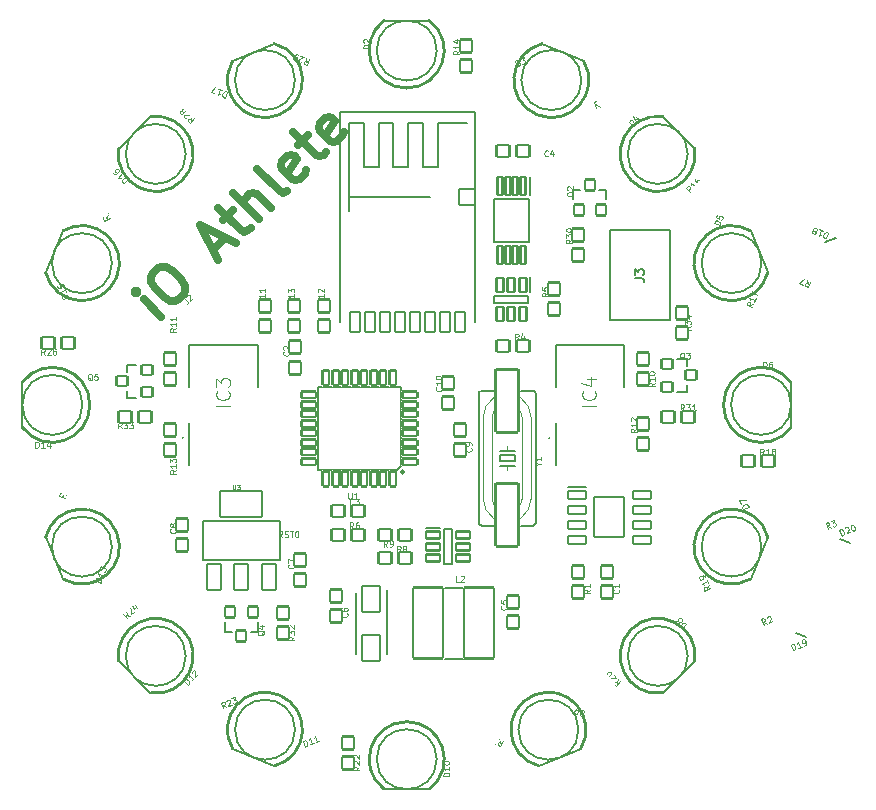
<source format=gto>
G04 #@! TF.GenerationSoftware,KiCad,Pcbnew,(6.0.4-0)*
G04 #@! TF.CreationDate,2022-11-18T23:15:20+01:00*
G04 #@! TF.ProjectId,iO_Atletehe_rev1,694f5f41-746c-4657-9465-68655f726576,rev?*
G04 #@! TF.SameCoordinates,Original*
G04 #@! TF.FileFunction,Legend,Top*
G04 #@! TF.FilePolarity,Positive*
%FSLAX46Y46*%
G04 Gerber Fmt 4.6, Leading zero omitted, Abs format (unit mm)*
G04 Created by KiCad (PCBNEW (6.0.4-0)) date 2022-11-18 23:15:20*
%MOMM*%
%LPD*%
G01*
G04 APERTURE LIST*
G04 Aperture macros list*
%AMRoundRect*
0 Rectangle with rounded corners*
0 $1 Rounding radius*
0 $2 $3 $4 $5 $6 $7 $8 $9 X,Y pos of 4 corners*
0 Add a 4 corners polygon primitive as box body*
4,1,4,$2,$3,$4,$5,$6,$7,$8,$9,$2,$3,0*
0 Add four circle primitives for the rounded corners*
1,1,$1+$1,$2,$3*
1,1,$1+$1,$4,$5*
1,1,$1+$1,$6,$7*
1,1,$1+$1,$8,$9*
0 Add four rect primitives between the rounded corners*
20,1,$1+$1,$2,$3,$4,$5,0*
20,1,$1+$1,$4,$5,$6,$7,0*
20,1,$1+$1,$6,$7,$8,$9,0*
20,1,$1+$1,$8,$9,$2,$3,0*%
G04 Aperture macros list end*
%ADD10C,0.647700*%
%ADD11C,0.150000*%
%ADD12C,0.121920*%
%ADD13C,0.097536*%
%ADD14C,0.093472*%
%ADD15C,0.029911*%
%ADD16C,0.127000*%
%ADD17C,0.203200*%
%ADD18C,0.200000*%
%ADD19C,0.254000*%
%ADD20C,0.152400*%
%ADD21C,0.050800*%
%ADD22C,1.308000*%
%ADD23RoundRect,0.101600X-0.500000X0.550000X-0.500000X-0.550000X0.500000X-0.550000X0.500000X0.550000X0*%
%ADD24RoundRect,0.101600X0.500000X-0.550000X0.500000X0.550000X-0.500000X0.550000X-0.500000X-0.550000X0*%
%ADD25RoundRect,0.101600X-0.742462X0.035355X0.035355X-0.742462X0.742462X-0.035355X-0.035355X0.742462X0*%
%ADD26RoundRect,0.101600X0.635000X0.279400X-0.635000X0.279400X-0.635000X-0.279400X0.635000X-0.279400X0*%
%ADD27RoundRect,0.101600X0.279400X0.635000X-0.279400X0.635000X-0.279400X-0.635000X0.279400X-0.635000X0*%
%ADD28RoundRect,0.101600X-0.400000X-0.450000X0.400000X-0.450000X0.400000X0.450000X-0.400000X0.450000X0*%
%ADD29RoundRect,0.101600X0.672416X-0.316792X0.251464X0.699475X-0.672416X0.316792X-0.251464X-0.699475X0*%
%ADD30RoundRect,0.101600X-0.762500X-0.350000X0.762500X-0.350000X0.762500X0.350000X-0.762500X0.350000X0*%
%ADD31RoundRect,0.101600X1.256500X-1.701000X1.256500X1.701000X-1.256500X1.701000X-1.256500X-1.701000X0*%
%ADD32C,2.082800*%
%ADD33RoundRect,0.101600X0.550000X0.500000X-0.550000X0.500000X-0.550000X-0.500000X0.550000X-0.500000X0*%
%ADD34RoundRect,0.101600X-0.672416X0.316792X-0.251464X-0.699475X0.672416X-0.316792X0.251464X0.699475X0*%
%ADD35RoundRect,0.101600X-0.550000X-0.500000X0.550000X-0.500000X0.550000X0.500000X-0.550000X0.500000X0*%
%ADD36RoundRect,0.101600X-0.225000X0.737500X-0.225000X-0.737500X0.225000X-0.737500X0.225000X0.737500X0*%
%ADD37RoundRect,0.251600X-0.457297X-0.189419X0.189419X-0.457297X0.457297X0.189419X-0.189419X0.457297X0*%
%ADD38RoundRect,0.101600X-0.251464X0.699475X-0.672416X-0.316792X0.251464X-0.699475X0.672416X0.316792X0*%
%ADD39C,2.499990*%
%ADD40RoundRect,0.251600X-0.189419X-0.457297X0.457297X-0.189419X0.189419X0.457297X-0.457297X0.189419X0*%
%ADD41RoundRect,0.101600X-0.775000X1.100000X-0.775000X-1.100000X0.775000X-1.100000X0.775000X1.100000X0*%
%ADD42C,2.500009*%
%ADD43RoundRect,0.101600X0.450000X-0.400000X0.450000X0.400000X-0.450000X0.400000X-0.450000X-0.400000X0*%
%ADD44RoundRect,0.101600X-0.450000X0.400000X-0.450000X-0.400000X0.450000X-0.400000X0.450000X0.400000X0*%
%ADD45C,2.500000*%
%ADD46C,1.000000*%
%ADD47C,1.753200*%
%ADD48RoundRect,0.101600X-0.600000X-0.300000X0.600000X-0.300000X0.600000X0.300000X-0.600000X0.300000X0*%
%ADD49RoundRect,0.101600X0.742462X-0.035355X-0.035355X0.742462X-0.742462X0.035355X0.035355X-0.742462X0*%
%ADD50RoundRect,0.101600X-0.699475X-0.251464X0.316792X-0.672416X0.699475X0.251464X-0.316792X0.672416X0*%
%ADD51RoundRect,0.101600X0.251464X-0.699475X0.672416X0.316792X-0.251464X0.699475X-0.672416X-0.316792X0*%
%ADD52RoundRect,0.101600X0.035355X0.742462X-0.742462X-0.035355X-0.035355X-0.742462X0.742462X0.035355X0*%
%ADD53RoundRect,0.101600X-0.316792X-0.672416X0.699475X-0.251464X0.316792X0.672416X-0.699475X0.251464X0*%
%ADD54RoundRect,0.101600X1.250000X-3.000000X1.250000X3.000000X-1.250000X3.000000X-1.250000X-3.000000X0*%
%ADD55RoundRect,0.251600X0.457297X0.189419X-0.189419X0.457297X-0.457297X-0.189419X0.189419X-0.457297X0*%
%ADD56RoundRect,0.101600X-0.965200X2.667000X-0.965200X-2.667000X0.965200X-2.667000X0.965200X2.667000X0*%
%ADD57RoundRect,0.101600X0.400000X0.450000X-0.400000X0.450000X-0.400000X-0.450000X0.400000X-0.450000X0*%
%ADD58RoundRect,0.101600X0.316792X0.672416X-0.699475X0.251464X-0.316792X-0.672416X0.699475X-0.251464X0*%
%ADD59RoundRect,0.101600X0.699475X0.251464X-0.316792X0.672416X-0.699475X-0.251464X0.316792X-0.672416X0*%
%ADD60RoundRect,0.101600X-0.300000X0.600000X-0.300000X-0.600000X0.300000X-0.600000X0.300000X0.600000X0*%
%ADD61RoundRect,0.101600X0.406400X-0.838200X0.406400X0.838200X-0.406400X0.838200X-0.406400X-0.838200X0*%
%ADD62RoundRect,0.101600X0.654000X-0.654000X0.654000X0.654000X-0.654000X0.654000X-0.654000X-0.654000X0*%
%ADD63RoundRect,0.101600X-0.035355X-0.742462X0.742462X0.035355X0.035355X0.742462X-0.742462X-0.035355X0*%
%ADD64RoundRect,0.101600X-0.609600X-1.117600X0.609600X-1.117600X0.609600X1.117600X-0.609600X1.117600X0*%
%ADD65RoundRect,0.101600X-1.800000X-1.100000X1.800000X-1.100000X1.800000X1.100000X-1.800000X1.100000X0*%
%ADD66C,0.850000*%
%ADD67C,2.743200*%
%ADD68C,1.503200*%
%ADD69C,2.078200*%
G04 APERTURE END LIST*
D10*
X127724716Y-97567023D02*
X126233993Y-96076300D01*
X125488632Y-95330939D02*
X125488632Y-95543900D01*
X125701592Y-95543900D01*
X125701592Y-95330939D01*
X125488632Y-95330939D01*
X125701592Y-95543900D01*
X126979354Y-93840217D02*
X127405275Y-93414296D01*
X127724716Y-93307816D01*
X128150636Y-93307816D01*
X128683037Y-93627256D01*
X129428399Y-94372618D01*
X129747839Y-94905018D01*
X129747839Y-95330939D01*
X129641359Y-95650380D01*
X129215438Y-96076300D01*
X128895998Y-96182781D01*
X128470077Y-96182781D01*
X127937676Y-95863340D01*
X127192315Y-95117979D01*
X126872874Y-94585578D01*
X126872874Y-94159657D01*
X126979354Y-93840217D01*
X132090403Y-91923573D02*
X133155205Y-90858772D01*
X132516324Y-92775415D02*
X131025601Y-89793970D01*
X134007046Y-91284692D01*
X132942245Y-89368049D02*
X133794086Y-88516208D01*
X132516324Y-88303247D02*
X134432967Y-90219891D01*
X134752408Y-90326371D01*
X135071848Y-90219891D01*
X135284808Y-90006930D01*
X136030170Y-89261569D02*
X133794086Y-87025485D01*
X136988491Y-88303247D02*
X135817209Y-87131965D01*
X135497769Y-87025485D01*
X135178328Y-87131965D01*
X134858888Y-87451406D01*
X134752408Y-87770846D01*
X134752408Y-87983807D01*
X138372734Y-86919005D02*
X138053293Y-87025485D01*
X137733853Y-86919005D01*
X135817209Y-85002362D01*
X139969936Y-85108842D02*
X139863456Y-85428282D01*
X139437535Y-85854203D01*
X139118095Y-85960683D01*
X138798654Y-85854203D01*
X137946813Y-85002362D01*
X137840333Y-84682921D01*
X137946813Y-84363481D01*
X138372734Y-83937560D01*
X138692174Y-83831080D01*
X139011615Y-83937560D01*
X139224575Y-84150520D01*
X138372734Y-85428282D01*
X139331055Y-82979238D02*
X140182897Y-82127397D01*
X138905135Y-81914437D02*
X140821778Y-83831080D01*
X141141218Y-83937560D01*
X141460659Y-83831080D01*
X141673619Y-83618119D01*
X143164342Y-81914437D02*
X143057862Y-82233877D01*
X142631941Y-82659798D01*
X142312500Y-82766278D01*
X141993060Y-82659798D01*
X141141218Y-81807956D01*
X141034738Y-81488516D01*
X141141218Y-81169075D01*
X141567139Y-80743155D01*
X141886580Y-80636674D01*
X142206020Y-80743155D01*
X142418981Y-80956115D01*
X141567139Y-82233877D01*
D11*
X167818403Y-94293267D02*
X168380833Y-94293267D01*
X168493319Y-94330762D01*
X168568310Y-94405753D01*
X168605805Y-94518239D01*
X168605805Y-94593230D01*
X167818403Y-93993304D02*
X167818403Y-93505865D01*
X168118366Y-93768332D01*
X168118366Y-93655846D01*
X168155861Y-93580856D01*
X168193357Y-93543360D01*
X168268347Y-93505865D01*
X168455824Y-93505865D01*
X168530815Y-93543360D01*
X168568310Y-93580856D01*
X168605805Y-93655846D01*
X168605805Y-93880818D01*
X168568310Y-93955809D01*
X168530815Y-93993304D01*
D12*
X172544377Y-98357508D02*
X172312148Y-98520068D01*
X172544377Y-98636182D02*
X172056697Y-98636182D01*
X172056697Y-98450400D01*
X172079920Y-98403954D01*
X172103142Y-98380731D01*
X172149588Y-98357508D01*
X172219257Y-98357508D01*
X172265702Y-98380731D01*
X172288925Y-98403954D01*
X172312148Y-98450400D01*
X172312148Y-98636182D01*
X172056697Y-98194948D02*
X172056697Y-97893051D01*
X172242480Y-98055611D01*
X172242480Y-97985942D01*
X172265702Y-97939497D01*
X172288925Y-97916274D01*
X172335371Y-97893051D01*
X172451485Y-97893051D01*
X172497931Y-97916274D01*
X172521154Y-97939497D01*
X172544377Y-97985942D01*
X172544377Y-98125280D01*
X172521154Y-98171725D01*
X172497931Y-98194948D01*
X172219257Y-97475040D02*
X172544377Y-97475040D01*
X172033474Y-97591154D02*
X172381817Y-97707268D01*
X172381817Y-97405371D01*
D13*
X138501980Y-100515673D02*
X138526364Y-100540057D01*
X138550748Y-100613209D01*
X138550748Y-100661977D01*
X138526364Y-100735129D01*
X138477596Y-100783897D01*
X138428828Y-100808281D01*
X138331292Y-100832665D01*
X138258140Y-100832665D01*
X138160604Y-100808281D01*
X138111836Y-100783897D01*
X138063068Y-100735129D01*
X138038684Y-100661977D01*
X138038684Y-100613209D01*
X138063068Y-100540057D01*
X138087452Y-100515673D01*
X138087452Y-100320601D02*
X138063068Y-100296217D01*
X138038684Y-100247449D01*
X138038684Y-100125529D01*
X138063068Y-100076761D01*
X138087452Y-100052377D01*
X138136220Y-100027993D01*
X138184988Y-100027993D01*
X138258140Y-100052377D01*
X138550748Y-100344985D01*
X138550748Y-100027993D01*
X166365766Y-128213043D02*
X166314040Y-128506158D01*
X166572671Y-128419948D02*
X166210588Y-128782032D01*
X166072651Y-128644095D01*
X166055409Y-128592369D01*
X166055409Y-128557884D01*
X166072651Y-128506158D01*
X166124377Y-128454432D01*
X166176103Y-128437190D01*
X166210588Y-128437190D01*
X166262314Y-128454432D01*
X166400251Y-128592369D01*
X165900230Y-128402706D02*
X165865746Y-128402706D01*
X165814019Y-128385464D01*
X165727809Y-128299253D01*
X165710567Y-128247527D01*
X165710567Y-128213043D01*
X165727809Y-128161316D01*
X165762293Y-128126832D01*
X165831262Y-128092348D01*
X166245072Y-128092348D01*
X166020925Y-127868201D01*
X165434693Y-128006138D02*
X165400209Y-127971653D01*
X165382967Y-127919927D01*
X165382967Y-127885443D01*
X165400209Y-127833717D01*
X165451936Y-127747506D01*
X165538146Y-127661296D01*
X165624356Y-127609569D01*
X165676083Y-127592327D01*
X165710567Y-127592327D01*
X165762293Y-127609569D01*
X165796777Y-127644054D01*
X165814019Y-127695780D01*
X165814019Y-127730264D01*
X165796777Y-127781990D01*
X165745051Y-127868201D01*
X165658841Y-127954411D01*
X165572630Y-128006138D01*
X165520904Y-128023380D01*
X165486420Y-128023380D01*
X165434693Y-128006138D01*
X163994748Y-120652214D02*
X163750908Y-120822902D01*
X163994748Y-120944822D02*
X163482684Y-120944822D01*
X163482684Y-120749750D01*
X163507068Y-120700982D01*
X163531452Y-120676598D01*
X163580220Y-120652214D01*
X163653372Y-120652214D01*
X163702140Y-120676598D01*
X163726524Y-120700982D01*
X163750908Y-120749750D01*
X163750908Y-120944822D01*
X163994748Y-120164534D02*
X163994748Y-120457142D01*
X163994748Y-120310838D02*
X163482684Y-120310838D01*
X163555836Y-120359606D01*
X163604604Y-120408374D01*
X163628988Y-120457142D01*
X143535493Y-112438184D02*
X143535493Y-112852712D01*
X143559877Y-112901480D01*
X143584261Y-112925864D01*
X143633029Y-112950248D01*
X143730565Y-112950248D01*
X143779333Y-112925864D01*
X143803717Y-112901480D01*
X143828101Y-112852712D01*
X143828101Y-112438184D01*
X144340165Y-112950248D02*
X144047557Y-112950248D01*
X144193861Y-112950248D02*
X144193861Y-112438184D01*
X144145093Y-112511336D01*
X144096325Y-112560104D01*
X144047557Y-112584488D01*
X162630516Y-86976905D02*
X162606132Y-87025673D01*
X162557364Y-87074441D01*
X162484212Y-87147593D01*
X162459828Y-87196361D01*
X162459828Y-87245129D01*
X162581748Y-87220745D02*
X162557364Y-87269513D01*
X162508596Y-87318281D01*
X162411060Y-87342665D01*
X162240372Y-87342665D01*
X162142836Y-87318281D01*
X162094068Y-87269513D01*
X162069684Y-87220745D01*
X162069684Y-87123209D01*
X162094068Y-87074441D01*
X162142836Y-87025673D01*
X162240372Y-87001289D01*
X162411060Y-87001289D01*
X162508596Y-87025673D01*
X162557364Y-87074441D01*
X162581748Y-87123209D01*
X162581748Y-87220745D01*
X162118452Y-86806217D02*
X162094068Y-86781833D01*
X162069684Y-86733065D01*
X162069684Y-86611145D01*
X162094068Y-86562377D01*
X162118452Y-86537993D01*
X162167220Y-86513609D01*
X162215988Y-86513609D01*
X162289140Y-86537993D01*
X162581748Y-86830601D01*
X162581748Y-86513609D01*
X129651451Y-95981023D02*
X129910082Y-96239654D01*
X129944566Y-96308623D01*
X129944566Y-96377591D01*
X129910082Y-96446559D01*
X129875598Y-96481044D01*
X129841114Y-95860328D02*
X129841114Y-95825844D01*
X129858356Y-95774118D01*
X129944566Y-95687907D01*
X129996293Y-95670665D01*
X130030777Y-95670665D01*
X130082503Y-95687907D01*
X130116987Y-95722392D01*
X130151472Y-95791360D01*
X130151472Y-96205170D01*
X130375619Y-95981023D01*
X139944204Y-75648297D02*
X140008586Y-75938895D01*
X140214538Y-75760273D02*
X140018580Y-76233359D01*
X139838357Y-76158708D01*
X139802633Y-76117517D01*
X139789436Y-76085658D01*
X139785571Y-76031271D01*
X139813565Y-75963687D01*
X139854756Y-75927963D01*
X139886615Y-75914767D01*
X139941002Y-75910901D01*
X140121225Y-75985552D01*
X139586685Y-76001676D02*
X139554826Y-76014873D01*
X139500439Y-76018738D01*
X139387799Y-75972081D01*
X139352075Y-75930890D01*
X139338879Y-75899031D01*
X139335013Y-75844644D01*
X139353676Y-75799588D01*
X139404198Y-75741336D01*
X139786509Y-75582978D01*
X139493646Y-75461670D01*
X139268368Y-75368357D02*
X139178256Y-75331031D01*
X139123869Y-75334896D01*
X139092010Y-75348093D01*
X139018960Y-75397014D01*
X138959107Y-75477794D01*
X138884456Y-75658017D01*
X138888321Y-75712404D01*
X138901517Y-75744263D01*
X138937242Y-75785454D01*
X139027353Y-75822779D01*
X139081741Y-75818914D01*
X139113600Y-75805718D01*
X139154790Y-75769993D01*
X139201447Y-75657354D01*
X139197582Y-75602967D01*
X139184385Y-75571107D01*
X139148661Y-75529917D01*
X139058549Y-75492591D01*
X139004162Y-75496457D01*
X138972303Y-75509653D01*
X138931113Y-75545378D01*
X144494748Y-135639894D02*
X144250908Y-135810582D01*
X144494748Y-135932502D02*
X143982684Y-135932502D01*
X143982684Y-135737430D01*
X144007068Y-135688662D01*
X144031452Y-135664278D01*
X144080220Y-135639894D01*
X144153372Y-135639894D01*
X144202140Y-135664278D01*
X144226524Y-135688662D01*
X144250908Y-135737430D01*
X144250908Y-135932502D01*
X144031452Y-135444822D02*
X144007068Y-135420438D01*
X143982684Y-135371670D01*
X143982684Y-135249750D01*
X144007068Y-135200982D01*
X144031452Y-135176598D01*
X144080220Y-135152214D01*
X144128988Y-135152214D01*
X144202140Y-135176598D01*
X144494748Y-135469206D01*
X144494748Y-135152214D01*
X144031452Y-134957142D02*
X144007068Y-134932758D01*
X143982684Y-134883990D01*
X143982684Y-134762070D01*
X144007068Y-134713302D01*
X144031452Y-134688918D01*
X144080220Y-134664534D01*
X144128988Y-134664534D01*
X144202140Y-134688918D01*
X144494748Y-134981526D01*
X144494748Y-134664534D01*
X178686418Y-101844348D02*
X178686418Y-101332284D01*
X178808338Y-101332284D01*
X178881490Y-101356668D01*
X178930258Y-101405436D01*
X178954642Y-101454204D01*
X178979026Y-101551740D01*
X178979026Y-101624892D01*
X178954642Y-101722428D01*
X178930258Y-101771196D01*
X178881490Y-101819964D01*
X178808338Y-101844348D01*
X178686418Y-101844348D01*
X179417938Y-101332284D02*
X179320402Y-101332284D01*
X179271634Y-101356668D01*
X179247250Y-101381052D01*
X179198482Y-101454204D01*
X179174098Y-101551740D01*
X179174098Y-101746812D01*
X179198482Y-101795580D01*
X179222866Y-101819964D01*
X179271634Y-101844348D01*
X179369170Y-101844348D01*
X179417938Y-101819964D01*
X179442322Y-101795580D01*
X179466706Y-101746812D01*
X179466706Y-101624892D01*
X179442322Y-101576124D01*
X179417938Y-101551740D01*
X179369170Y-101527356D01*
X179271634Y-101527356D01*
X179222866Y-101551740D01*
X179198482Y-101576124D01*
X179174098Y-101624892D01*
X172181587Y-123561032D02*
X171819504Y-123923116D01*
X171733293Y-123836905D01*
X171698809Y-123767937D01*
X171698809Y-123698968D01*
X171716051Y-123647242D01*
X171767777Y-123561032D01*
X171819504Y-123509305D01*
X171905714Y-123457579D01*
X171957440Y-123440337D01*
X172026409Y-123440337D01*
X172095377Y-123474821D01*
X172181587Y-123561032D01*
X171560872Y-123354127D02*
X171578114Y-123405853D01*
X171578114Y-123440337D01*
X171560872Y-123492063D01*
X171543630Y-123509305D01*
X171491904Y-123526548D01*
X171457420Y-123526548D01*
X171405693Y-123509305D01*
X171336725Y-123440337D01*
X171319483Y-123388611D01*
X171319483Y-123354127D01*
X171336725Y-123302400D01*
X171353967Y-123285158D01*
X171405693Y-123267916D01*
X171440178Y-123267916D01*
X171491904Y-123285158D01*
X171560872Y-123354127D01*
X171612598Y-123371369D01*
X171647083Y-123371369D01*
X171698809Y-123354127D01*
X171767777Y-123285158D01*
X171785019Y-123233432D01*
X171785019Y-123198948D01*
X171767777Y-123147222D01*
X171698809Y-123078253D01*
X171647083Y-123061011D01*
X171612598Y-123061011D01*
X171560872Y-123078253D01*
X171491904Y-123147222D01*
X171474662Y-123198948D01*
X171474662Y-123233432D01*
X171491904Y-123285158D01*
X139893740Y-133944340D02*
X139697782Y-133471255D01*
X139810421Y-133424598D01*
X139887336Y-133419132D01*
X139951055Y-133445525D01*
X139992245Y-133481249D01*
X140052099Y-133562029D01*
X140080093Y-133629613D01*
X140094890Y-133729056D01*
X140091025Y-133783443D01*
X140064632Y-133847161D01*
X140006380Y-133897683D01*
X139893740Y-133944340D01*
X140614632Y-133645737D02*
X140344298Y-133757713D01*
X140479465Y-133701725D02*
X140283507Y-133228639D01*
X140266445Y-133314886D01*
X140240052Y-133378604D01*
X140204328Y-133419795D01*
X141065190Y-133459110D02*
X140794855Y-133571086D01*
X140930023Y-133515098D02*
X140734064Y-133042012D01*
X140717003Y-133128259D01*
X140690609Y-133191977D01*
X140654885Y-133233168D01*
X138994748Y-124639894D02*
X138750908Y-124810582D01*
X138994748Y-124932502D02*
X138482684Y-124932502D01*
X138482684Y-124737430D01*
X138507068Y-124688662D01*
X138531452Y-124664278D01*
X138580220Y-124639894D01*
X138653372Y-124639894D01*
X138702140Y-124664278D01*
X138726524Y-124688662D01*
X138750908Y-124737430D01*
X138750908Y-124932502D01*
X138482684Y-124469206D02*
X138482684Y-124152214D01*
X138677756Y-124322902D01*
X138677756Y-124249750D01*
X138702140Y-124200982D01*
X138726524Y-124176598D01*
X138775292Y-124152214D01*
X138897212Y-124152214D01*
X138945980Y-124176598D01*
X138970364Y-124200982D01*
X138994748Y-124249750D01*
X138994748Y-124396054D01*
X138970364Y-124444822D01*
X138945980Y-124469206D01*
X138531452Y-123957142D02*
X138507068Y-123932758D01*
X138482684Y-123883990D01*
X138482684Y-123762070D01*
X138507068Y-123713302D01*
X138531452Y-123688918D01*
X138580220Y-123664534D01*
X138628988Y-123664534D01*
X138702140Y-123688918D01*
X138994748Y-123981526D01*
X138994748Y-123664534D01*
X146852485Y-116997248D02*
X146681797Y-116753408D01*
X146559877Y-116997248D02*
X146559877Y-116485184D01*
X146754949Y-116485184D01*
X146803717Y-116509568D01*
X146828101Y-116533952D01*
X146852485Y-116582720D01*
X146852485Y-116655872D01*
X146828101Y-116704640D01*
X146803717Y-116729024D01*
X146754949Y-116753408D01*
X146559877Y-116753408D01*
X147096325Y-116997248D02*
X147193861Y-116997248D01*
X147242629Y-116972864D01*
X147267013Y-116948480D01*
X147315781Y-116875328D01*
X147340165Y-116777792D01*
X147340165Y-116582720D01*
X147315781Y-116533952D01*
X147291397Y-116509568D01*
X147242629Y-116485184D01*
X147145093Y-116485184D01*
X147096325Y-116509568D01*
X147071941Y-116533952D01*
X147047557Y-116582720D01*
X147047557Y-116704640D01*
X147071941Y-116753408D01*
X147096325Y-116777792D01*
X147145093Y-116802176D01*
X147242629Y-116802176D01*
X147291397Y-116777792D01*
X147315781Y-116753408D01*
X147340165Y-116704640D01*
X137974661Y-116203748D02*
X137803973Y-115959908D01*
X137682053Y-116203748D02*
X137682053Y-115691684D01*
X137877125Y-115691684D01*
X137925893Y-115716068D01*
X137950277Y-115740452D01*
X137974661Y-115789220D01*
X137974661Y-115862372D01*
X137950277Y-115911140D01*
X137925893Y-115935524D01*
X137877125Y-115959908D01*
X137682053Y-115959908D01*
X138169733Y-116179364D02*
X138242885Y-116203748D01*
X138364805Y-116203748D01*
X138413573Y-116179364D01*
X138437957Y-116154980D01*
X138462341Y-116106212D01*
X138462341Y-116057444D01*
X138437957Y-116008676D01*
X138413573Y-115984292D01*
X138364805Y-115959908D01*
X138267269Y-115935524D01*
X138218501Y-115911140D01*
X138194117Y-115886756D01*
X138169733Y-115837988D01*
X138169733Y-115789220D01*
X138194117Y-115740452D01*
X138218501Y-115716068D01*
X138267269Y-115691684D01*
X138389189Y-115691684D01*
X138462341Y-115716068D01*
X138608645Y-115691684D02*
X138901253Y-115691684D01*
X138754949Y-116203748D02*
X138754949Y-115691684D01*
X139169477Y-115691684D02*
X139218245Y-115691684D01*
X139267013Y-115716068D01*
X139291397Y-115740452D01*
X139315781Y-115789220D01*
X139340165Y-115886756D01*
X139340165Y-116008676D01*
X139315781Y-116106212D01*
X139291397Y-116154980D01*
X139267013Y-116179364D01*
X139218245Y-116203748D01*
X139169477Y-116203748D01*
X139120709Y-116179364D01*
X139096325Y-116154980D01*
X139071941Y-116106212D01*
X139047557Y-116008676D01*
X139047557Y-115886756D01*
X139071941Y-115789220D01*
X139096325Y-115740452D01*
X139120709Y-115716068D01*
X139169477Y-115691684D01*
X153945980Y-108652214D02*
X153970364Y-108676598D01*
X153994748Y-108749750D01*
X153994748Y-108798518D01*
X153970364Y-108871670D01*
X153921596Y-108920438D01*
X153872828Y-108944822D01*
X153775292Y-108969206D01*
X153702140Y-108969206D01*
X153604604Y-108944822D01*
X153555836Y-108920438D01*
X153507068Y-108871670D01*
X153482684Y-108798518D01*
X153482684Y-108749750D01*
X153507068Y-108676598D01*
X153531452Y-108652214D01*
X153994748Y-108408374D02*
X153994748Y-108310838D01*
X153970364Y-108262070D01*
X153945980Y-108237686D01*
X153872828Y-108188918D01*
X153775292Y-108164534D01*
X153580220Y-108164534D01*
X153531452Y-108188918D01*
X153507068Y-108213302D01*
X153482684Y-108262070D01*
X153482684Y-108359606D01*
X153507068Y-108408374D01*
X153531452Y-108432758D01*
X153580220Y-108457142D01*
X153702140Y-108457142D01*
X153750908Y-108432758D01*
X153775292Y-108408374D01*
X153799676Y-108359606D01*
X153799676Y-108262070D01*
X153775292Y-108213302D01*
X153750908Y-108188918D01*
X153702140Y-108164534D01*
X156352194Y-133315087D02*
X156416576Y-133605685D01*
X156622528Y-133427063D02*
X156426570Y-133900149D01*
X156246347Y-133825498D01*
X156210623Y-133784307D01*
X156197426Y-133752448D01*
X156193561Y-133698061D01*
X156221555Y-133630477D01*
X156262746Y-133594753D01*
X156294605Y-133581557D01*
X156348992Y-133577691D01*
X156529215Y-133652342D01*
X155994675Y-133668466D02*
X155962816Y-133681663D01*
X155908429Y-133685528D01*
X155795789Y-133638871D01*
X155760065Y-133597680D01*
X155746869Y-133565821D01*
X155743003Y-133511434D01*
X155761666Y-133466378D01*
X155812188Y-133408126D01*
X156194499Y-133249768D01*
X155901636Y-133128460D01*
X155451079Y-132941833D02*
X155721413Y-133053809D01*
X155586246Y-132997821D02*
X155390288Y-133470907D01*
X155463337Y-133421986D01*
X155527056Y-133395593D01*
X155581443Y-133391727D01*
X129943667Y-128684091D02*
X129581583Y-128322008D01*
X129667794Y-128235797D01*
X129736762Y-128201313D01*
X129805731Y-128201313D01*
X129857457Y-128218555D01*
X129943667Y-128270281D01*
X129995394Y-128322008D01*
X130047120Y-128408218D01*
X130064362Y-128459944D01*
X130064362Y-128528913D01*
X130029878Y-128597881D01*
X129943667Y-128684091D01*
X130495414Y-128132345D02*
X130288509Y-128339250D01*
X130391962Y-128235797D02*
X130029878Y-127873713D01*
X130047120Y-127959924D01*
X130047120Y-128028892D01*
X130029878Y-128080618D01*
X130305751Y-127666808D02*
X130305751Y-127632324D01*
X130322993Y-127580598D01*
X130409204Y-127494387D01*
X130460930Y-127477145D01*
X130495414Y-127477145D01*
X130547140Y-127494387D01*
X130581625Y-127528871D01*
X130616109Y-127597840D01*
X130616109Y-128011650D01*
X130840256Y-127787503D01*
X143979026Y-115473248D02*
X143808338Y-115229408D01*
X143686418Y-115473248D02*
X143686418Y-114961184D01*
X143881490Y-114961184D01*
X143930258Y-114985568D01*
X143954642Y-115009952D01*
X143979026Y-115058720D01*
X143979026Y-115131872D01*
X143954642Y-115180640D01*
X143930258Y-115205024D01*
X143881490Y-115229408D01*
X143686418Y-115229408D01*
X144417938Y-114961184D02*
X144320402Y-114961184D01*
X144271634Y-114985568D01*
X144247250Y-115009952D01*
X144198482Y-115083104D01*
X144174098Y-115180640D01*
X144174098Y-115375712D01*
X144198482Y-115424480D01*
X144222866Y-115448864D01*
X144271634Y-115473248D01*
X144369170Y-115473248D01*
X144417938Y-115448864D01*
X144442322Y-115424480D01*
X144466706Y-115375712D01*
X144466706Y-115253792D01*
X144442322Y-115205024D01*
X144417938Y-115180640D01*
X144369170Y-115156256D01*
X144271634Y-115156256D01*
X144222866Y-115180640D01*
X144198482Y-115205024D01*
X144174098Y-115253792D01*
X160470748Y-95525673D02*
X160226908Y-95696361D01*
X160470748Y-95818281D02*
X159958684Y-95818281D01*
X159958684Y-95623209D01*
X159983068Y-95574441D01*
X160007452Y-95550057D01*
X160056220Y-95525673D01*
X160129372Y-95525673D01*
X160178140Y-95550057D01*
X160202524Y-95574441D01*
X160226908Y-95623209D01*
X160226908Y-95818281D01*
X159958684Y-95062377D02*
X159958684Y-95306217D01*
X160202524Y-95330601D01*
X160178140Y-95306217D01*
X160153756Y-95257449D01*
X160153756Y-95135529D01*
X160178140Y-95086761D01*
X160202524Y-95062377D01*
X160251292Y-95037993D01*
X160373212Y-95037993D01*
X160421980Y-95062377D01*
X160446364Y-95086761D01*
X160470748Y-95135529D01*
X160470748Y-95257449D01*
X160446364Y-95306217D01*
X160421980Y-95330601D01*
X185324259Y-116068696D02*
X185128301Y-115595611D01*
X185240940Y-115548954D01*
X185317855Y-115543488D01*
X185381574Y-115569881D01*
X185422764Y-115605605D01*
X185482618Y-115686385D01*
X185510612Y-115753969D01*
X185525409Y-115853412D01*
X185521544Y-115907799D01*
X185495151Y-115971517D01*
X185436899Y-116022039D01*
X185324259Y-116068696D01*
X185597521Y-115454039D02*
X185610718Y-115422180D01*
X185646442Y-115380990D01*
X185759081Y-115334333D01*
X185813469Y-115338198D01*
X185845328Y-115351394D01*
X185886518Y-115387119D01*
X185905181Y-115432175D01*
X185910647Y-115509090D01*
X185752289Y-115891400D01*
X186045151Y-115770093D01*
X186142055Y-115175700D02*
X186187111Y-115157037D01*
X186241498Y-115160902D01*
X186273357Y-115174099D01*
X186314548Y-115209823D01*
X186374401Y-115290603D01*
X186421058Y-115403243D01*
X186435856Y-115502686D01*
X186431990Y-115557073D01*
X186418794Y-115588932D01*
X186383070Y-115630122D01*
X186338014Y-115648785D01*
X186283627Y-115644920D01*
X186251767Y-115631723D01*
X186210577Y-115595999D01*
X186150724Y-115515219D01*
X186104067Y-115402580D01*
X186089269Y-115303137D01*
X186093134Y-115248750D01*
X186106331Y-115216890D01*
X186142055Y-115175700D01*
X182374701Y-94446690D02*
X182439083Y-94737288D01*
X182645035Y-94558666D02*
X182449077Y-95031752D01*
X182268854Y-94957101D01*
X182233130Y-94915910D01*
X182219933Y-94884051D01*
X182216068Y-94829664D01*
X182244062Y-94762080D01*
X182285253Y-94726356D01*
X182317112Y-94713160D01*
X182371499Y-94709294D01*
X182551722Y-94783945D01*
X182021047Y-94854456D02*
X181705657Y-94723817D01*
X182104366Y-94334714D01*
X124886127Y-85856492D02*
X124524044Y-86218576D01*
X124437833Y-86132365D01*
X124403349Y-86063397D01*
X124403349Y-85994428D01*
X124420591Y-85942702D01*
X124472317Y-85856492D01*
X124524044Y-85804765D01*
X124610254Y-85753039D01*
X124661980Y-85735797D01*
X124730949Y-85735797D01*
X124799917Y-85770281D01*
X124886127Y-85856492D01*
X124334381Y-85304745D02*
X124541286Y-85511650D01*
X124437833Y-85408197D02*
X124075749Y-85770281D01*
X124161960Y-85753039D01*
X124230928Y-85753039D01*
X124282654Y-85770281D01*
X123661939Y-85356471D02*
X123730907Y-85425439D01*
X123782634Y-85442682D01*
X123817118Y-85442682D01*
X123903328Y-85425439D01*
X123989539Y-85373713D01*
X124127475Y-85235776D01*
X124144718Y-85184050D01*
X124144718Y-85149566D01*
X124127475Y-85097840D01*
X124058507Y-85028871D01*
X124006781Y-85011629D01*
X123972297Y-85011629D01*
X123920570Y-85028871D01*
X123834360Y-85115082D01*
X123817118Y-85166808D01*
X123817118Y-85201292D01*
X123834360Y-85253019D01*
X123903328Y-85321987D01*
X123955055Y-85339229D01*
X123989539Y-85339229D01*
X124041265Y-85321987D01*
X157979026Y-99473248D02*
X157808338Y-99229408D01*
X157686418Y-99473248D02*
X157686418Y-98961184D01*
X157881490Y-98961184D01*
X157930258Y-98985568D01*
X157954642Y-99009952D01*
X157979026Y-99058720D01*
X157979026Y-99131872D01*
X157954642Y-99180640D01*
X157930258Y-99205024D01*
X157881490Y-99229408D01*
X157686418Y-99229408D01*
X158417938Y-99131872D02*
X158417938Y-99473248D01*
X158296018Y-98936800D02*
X158174098Y-99302560D01*
X158491090Y-99302560D01*
X151421980Y-103525673D02*
X151446364Y-103550057D01*
X151470748Y-103623209D01*
X151470748Y-103671977D01*
X151446364Y-103745129D01*
X151397596Y-103793897D01*
X151348828Y-103818281D01*
X151251292Y-103842665D01*
X151178140Y-103842665D01*
X151080604Y-103818281D01*
X151031836Y-103793897D01*
X150983068Y-103745129D01*
X150958684Y-103671977D01*
X150958684Y-103623209D01*
X150983068Y-103550057D01*
X151007452Y-103525673D01*
X151470748Y-103037993D02*
X151470748Y-103330601D01*
X151470748Y-103184297D02*
X150958684Y-103184297D01*
X151031836Y-103233065D01*
X151080604Y-103281833D01*
X151104988Y-103330601D01*
X150958684Y-102721001D02*
X150958684Y-102672233D01*
X150983068Y-102623465D01*
X151007452Y-102599081D01*
X151056220Y-102574697D01*
X151153756Y-102550313D01*
X151275676Y-102550313D01*
X151373212Y-102574697D01*
X151421980Y-102599081D01*
X151446364Y-102623465D01*
X151470748Y-102672233D01*
X151470748Y-102721001D01*
X151446364Y-102769769D01*
X151421980Y-102794153D01*
X151373212Y-102818537D01*
X151275676Y-102842921D01*
X151153756Y-102842921D01*
X151056220Y-102818537D01*
X151007452Y-102794153D01*
X150983068Y-102769769D01*
X150958684Y-102721001D01*
X147979026Y-117473248D02*
X147808338Y-117229408D01*
X147686418Y-117473248D02*
X147686418Y-116961184D01*
X147881490Y-116961184D01*
X147930258Y-116985568D01*
X147954642Y-117009952D01*
X147979026Y-117058720D01*
X147979026Y-117131872D01*
X147954642Y-117180640D01*
X147930258Y-117205024D01*
X147881490Y-117229408D01*
X147686418Y-117229408D01*
X148271634Y-117180640D02*
X148222866Y-117156256D01*
X148198482Y-117131872D01*
X148174098Y-117083104D01*
X148174098Y-117058720D01*
X148198482Y-117009952D01*
X148222866Y-116985568D01*
X148271634Y-116961184D01*
X148369170Y-116961184D01*
X148417938Y-116985568D01*
X148442322Y-117009952D01*
X148466706Y-117058720D01*
X148466706Y-117083104D01*
X148442322Y-117131872D01*
X148417938Y-117156256D01*
X148369170Y-117180640D01*
X148271634Y-117180640D01*
X148222866Y-117205024D01*
X148198482Y-117229408D01*
X148174098Y-117278176D01*
X148174098Y-117375712D01*
X148198482Y-117424480D01*
X148222866Y-117448864D01*
X148271634Y-117473248D01*
X148369170Y-117473248D01*
X148417938Y-117448864D01*
X148442322Y-117424480D01*
X148466706Y-117375712D01*
X148466706Y-117278176D01*
X148442322Y-117229408D01*
X148417938Y-117205024D01*
X148369170Y-117180640D01*
X177441836Y-113610959D02*
X176968751Y-113806917D01*
X176922094Y-113694278D01*
X176916628Y-113617363D01*
X176943021Y-113553644D01*
X176978745Y-113512454D01*
X177059525Y-113452600D01*
X177127109Y-113424606D01*
X177226552Y-113409809D01*
X177280939Y-113413674D01*
X177344657Y-113440067D01*
X177395179Y-113498319D01*
X177441836Y-113610959D01*
X176791455Y-113378887D02*
X176660816Y-113063497D01*
X177217884Y-113070290D01*
X184426194Y-115397920D02*
X184175185Y-115237961D01*
X184155859Y-115509896D02*
X183959901Y-115036811D01*
X184140124Y-114962160D01*
X184194511Y-114966025D01*
X184226370Y-114979221D01*
X184267561Y-115014946D01*
X184295555Y-115082530D01*
X184291690Y-115136917D01*
X184278493Y-115168776D01*
X184242769Y-115209966D01*
X184062546Y-115284617D01*
X184387931Y-114859515D02*
X184680793Y-114738207D01*
X184597749Y-114983750D01*
X184665332Y-114955756D01*
X184719719Y-114959621D01*
X184751579Y-114972817D01*
X184792769Y-115008542D01*
X184839426Y-115121181D01*
X184835561Y-115175568D01*
X184822364Y-115207428D01*
X184786640Y-115248618D01*
X184651473Y-115304606D01*
X184597085Y-115300741D01*
X184565226Y-115287545D01*
X122583673Y-120053820D02*
X122110587Y-119857862D01*
X122157244Y-119745223D01*
X122207766Y-119686970D01*
X122271484Y-119660577D01*
X122325871Y-119656712D01*
X122425314Y-119671510D01*
X122492898Y-119699504D01*
X122573678Y-119759357D01*
X122609403Y-119800548D01*
X122635796Y-119864266D01*
X122630329Y-119941181D01*
X122583673Y-120053820D01*
X122882276Y-119332928D02*
X122770300Y-119603263D01*
X122826288Y-119468096D02*
X122353202Y-119272137D01*
X122402123Y-119345187D01*
X122428516Y-119408906D01*
X122432382Y-119463293D01*
X122474510Y-118979275D02*
X122595818Y-118686412D01*
X122710721Y-118918758D01*
X122738715Y-118851175D01*
X122779906Y-118815450D01*
X122811765Y-118802254D01*
X122866152Y-118798389D01*
X122978791Y-118845045D01*
X123014516Y-118886236D01*
X123027712Y-118918095D01*
X123031578Y-118972482D01*
X122975589Y-119107650D01*
X122934399Y-119143374D01*
X122902540Y-119156571D01*
X167970748Y-107025673D02*
X167726908Y-107196361D01*
X167970748Y-107318281D02*
X167458684Y-107318281D01*
X167458684Y-107123209D01*
X167483068Y-107074441D01*
X167507452Y-107050057D01*
X167556220Y-107025673D01*
X167629372Y-107025673D01*
X167678140Y-107050057D01*
X167702524Y-107074441D01*
X167726908Y-107123209D01*
X167726908Y-107318281D01*
X167970748Y-106537993D02*
X167970748Y-106830601D01*
X167970748Y-106684297D02*
X167458684Y-106684297D01*
X167531836Y-106733065D01*
X167580604Y-106781833D01*
X167604988Y-106830601D01*
X167507452Y-106342921D02*
X167483068Y-106318537D01*
X167458684Y-106269769D01*
X167458684Y-106147849D01*
X167483068Y-106099081D01*
X167507452Y-106074697D01*
X167556220Y-106050313D01*
X167604988Y-106050313D01*
X167678140Y-106074697D01*
X167970748Y-106367305D01*
X167970748Y-106050313D01*
X136445980Y-96139894D02*
X136470364Y-96164278D01*
X136494748Y-96237430D01*
X136494748Y-96286198D01*
X136470364Y-96359350D01*
X136421596Y-96408118D01*
X136372828Y-96432502D01*
X136275292Y-96456886D01*
X136202140Y-96456886D01*
X136104604Y-96432502D01*
X136055836Y-96408118D01*
X136007068Y-96359350D01*
X135982684Y-96286198D01*
X135982684Y-96237430D01*
X136007068Y-96164278D01*
X136031452Y-96139894D01*
X136494748Y-95652214D02*
X136494748Y-95944822D01*
X136494748Y-95798518D02*
X135982684Y-95798518D01*
X136055836Y-95847286D01*
X136104604Y-95896054D01*
X136128988Y-95944822D01*
X136494748Y-95164534D02*
X136494748Y-95457142D01*
X136494748Y-95310838D02*
X135982684Y-95310838D01*
X136055836Y-95359606D01*
X136104604Y-95408374D01*
X136128988Y-95457142D01*
X184169035Y-90443866D02*
X183973077Y-90916952D01*
X183860438Y-90870295D01*
X183802185Y-90819773D01*
X183775792Y-90756055D01*
X183771927Y-90701668D01*
X183786725Y-90602225D01*
X183814719Y-90534641D01*
X183874572Y-90453861D01*
X183915763Y-90418136D01*
X183979481Y-90391743D01*
X184056396Y-90397210D01*
X184169035Y-90443866D01*
X183448143Y-90145263D02*
X183718478Y-90257239D01*
X183583311Y-90201251D02*
X183387352Y-90674337D01*
X183460402Y-90625416D01*
X183524121Y-90599023D01*
X183578508Y-90595157D01*
X183065833Y-90303621D02*
X183101557Y-90344812D01*
X183114754Y-90376671D01*
X183118619Y-90431058D01*
X183109287Y-90453586D01*
X183068097Y-90489311D01*
X183036238Y-90502507D01*
X182981850Y-90506372D01*
X182891739Y-90469047D01*
X182856014Y-90427856D01*
X182842818Y-90395997D01*
X182838953Y-90341610D01*
X182848284Y-90319082D01*
X182889475Y-90283358D01*
X182921334Y-90270161D01*
X182975721Y-90266296D01*
X183065833Y-90303621D01*
X183120220Y-90299756D01*
X183152079Y-90286560D01*
X183193270Y-90250835D01*
X183230595Y-90160724D01*
X183226730Y-90106337D01*
X183213533Y-90074477D01*
X183177809Y-90033287D01*
X183087697Y-89995961D01*
X183033310Y-89999827D01*
X183001451Y-90013023D01*
X182960260Y-90048748D01*
X182922935Y-90138859D01*
X182926800Y-90193246D01*
X182939997Y-90225105D01*
X182975721Y-90266296D01*
X133235287Y-130576327D02*
X132984278Y-130416368D01*
X132964952Y-130688303D02*
X132768994Y-130215218D01*
X132949217Y-130140567D01*
X133003604Y-130144432D01*
X133035463Y-130157628D01*
X133076654Y-130193353D01*
X133104648Y-130260937D01*
X133100783Y-130315324D01*
X133087586Y-130347183D01*
X133051862Y-130388373D01*
X132871639Y-130463024D01*
X133238214Y-130073646D02*
X133251411Y-130041787D01*
X133287135Y-130000597D01*
X133399774Y-129953940D01*
X133454162Y-129957805D01*
X133486021Y-129971001D01*
X133527211Y-130006726D01*
X133545874Y-130051782D01*
X133551340Y-130128697D01*
X133392982Y-130511007D01*
X133685844Y-130389700D01*
X133647581Y-129851295D02*
X133940444Y-129729987D01*
X133857399Y-129975530D01*
X133924983Y-129947536D01*
X133979370Y-129951401D01*
X134011229Y-129964597D01*
X134052420Y-130000322D01*
X134099076Y-130112961D01*
X134095211Y-130167348D01*
X134082015Y-130199208D01*
X134046290Y-130240398D01*
X133911123Y-130296386D01*
X133856736Y-130292521D01*
X133824877Y-130279325D01*
X133285750Y-78516310D02*
X133089792Y-78989396D01*
X132977153Y-78942739D01*
X132918900Y-78892217D01*
X132892507Y-78828499D01*
X132888642Y-78774112D01*
X132903440Y-78674669D01*
X132931434Y-78607085D01*
X132991287Y-78526305D01*
X133032478Y-78490580D01*
X133096196Y-78464187D01*
X133173111Y-78469654D01*
X133285750Y-78516310D01*
X132564858Y-78217707D02*
X132835193Y-78329683D01*
X132700026Y-78273695D02*
X132504067Y-78746781D01*
X132577117Y-78697860D01*
X132640836Y-78671467D01*
X132695223Y-78667601D01*
X132211205Y-78625473D02*
X131895815Y-78494834D01*
X132294524Y-78105731D01*
X117072197Y-108626148D02*
X117072197Y-108114084D01*
X117194117Y-108114084D01*
X117267269Y-108138468D01*
X117316037Y-108187236D01*
X117340421Y-108236004D01*
X117364805Y-108333540D01*
X117364805Y-108406692D01*
X117340421Y-108504228D01*
X117316037Y-108552996D01*
X117267269Y-108601764D01*
X117194117Y-108626148D01*
X117072197Y-108626148D01*
X117852485Y-108626148D02*
X117559877Y-108626148D01*
X117706181Y-108626148D02*
X117706181Y-108114084D01*
X117657413Y-108187236D01*
X117608645Y-108236004D01*
X117559877Y-108260388D01*
X118291397Y-108284772D02*
X118291397Y-108626148D01*
X118169477Y-108089700D02*
X118047557Y-108455460D01*
X118364549Y-108455460D01*
X128921980Y-115525673D02*
X128946364Y-115550057D01*
X128970748Y-115623209D01*
X128970748Y-115671977D01*
X128946364Y-115745129D01*
X128897596Y-115793897D01*
X128848828Y-115818281D01*
X128751292Y-115842665D01*
X128678140Y-115842665D01*
X128580604Y-115818281D01*
X128531836Y-115793897D01*
X128483068Y-115745129D01*
X128458684Y-115671977D01*
X128458684Y-115623209D01*
X128483068Y-115550057D01*
X128507452Y-115525673D01*
X128678140Y-115233065D02*
X128653756Y-115281833D01*
X128629372Y-115306217D01*
X128580604Y-115330601D01*
X128556220Y-115330601D01*
X128507452Y-115306217D01*
X128483068Y-115281833D01*
X128458684Y-115233065D01*
X128458684Y-115135529D01*
X128483068Y-115086761D01*
X128507452Y-115062377D01*
X128556220Y-115037993D01*
X128580604Y-115037993D01*
X128629372Y-115062377D01*
X128653756Y-115086761D01*
X128678140Y-115135529D01*
X128678140Y-115233065D01*
X128702524Y-115281833D01*
X128726908Y-115306217D01*
X128775676Y-115330601D01*
X128873212Y-115330601D01*
X128921980Y-115306217D01*
X128946364Y-115281833D01*
X128970748Y-115233065D01*
X128970748Y-115135529D01*
X128946364Y-115086761D01*
X128921980Y-115062377D01*
X128873212Y-115037993D01*
X128775676Y-115037993D01*
X128726908Y-115062377D01*
X128702524Y-115086761D01*
X128678140Y-115135529D01*
X121876869Y-102935016D02*
X121828101Y-102910632D01*
X121779333Y-102861864D01*
X121706181Y-102788712D01*
X121657413Y-102764328D01*
X121608645Y-102764328D01*
X121633029Y-102886248D02*
X121584261Y-102861864D01*
X121535493Y-102813096D01*
X121511109Y-102715560D01*
X121511109Y-102544872D01*
X121535493Y-102447336D01*
X121584261Y-102398568D01*
X121633029Y-102374184D01*
X121730565Y-102374184D01*
X121779333Y-102398568D01*
X121828101Y-102447336D01*
X121852485Y-102544872D01*
X121852485Y-102715560D01*
X121828101Y-102813096D01*
X121779333Y-102861864D01*
X121730565Y-102886248D01*
X121633029Y-102886248D01*
X122315781Y-102374184D02*
X122071941Y-102374184D01*
X122047557Y-102618024D01*
X122071941Y-102593640D01*
X122120709Y-102569256D01*
X122242629Y-102569256D01*
X122291397Y-102593640D01*
X122315781Y-102618024D01*
X122340165Y-102666792D01*
X122340165Y-102788712D01*
X122315781Y-102837480D01*
X122291397Y-102861864D01*
X122242629Y-102886248D01*
X122120709Y-102886248D01*
X122071941Y-102861864D01*
X122047557Y-102837480D01*
X172027794Y-101133016D02*
X171979026Y-101108632D01*
X171930258Y-101059864D01*
X171857106Y-100986712D01*
X171808338Y-100962328D01*
X171759570Y-100962328D01*
X171783954Y-101084248D02*
X171735186Y-101059864D01*
X171686418Y-101011096D01*
X171662034Y-100913560D01*
X171662034Y-100742872D01*
X171686418Y-100645336D01*
X171735186Y-100596568D01*
X171783954Y-100572184D01*
X171881490Y-100572184D01*
X171930258Y-100596568D01*
X171979026Y-100645336D01*
X172003410Y-100742872D01*
X172003410Y-100913560D01*
X171979026Y-101011096D01*
X171930258Y-101059864D01*
X171881490Y-101084248D01*
X171783954Y-101084248D01*
X172174098Y-100572184D02*
X172491090Y-100572184D01*
X172320402Y-100767256D01*
X172393554Y-100767256D01*
X172442322Y-100791640D01*
X172466706Y-100816024D01*
X172491090Y-100864792D01*
X172491090Y-100986712D01*
X172466706Y-101035480D01*
X172442322Y-101059864D01*
X172393554Y-101084248D01*
X172247250Y-101084248D01*
X172198482Y-101059864D01*
X172174098Y-101035480D01*
X138921980Y-118525673D02*
X138946364Y-118550057D01*
X138970748Y-118623209D01*
X138970748Y-118671977D01*
X138946364Y-118745129D01*
X138897596Y-118793897D01*
X138848828Y-118818281D01*
X138751292Y-118842665D01*
X138678140Y-118842665D01*
X138580604Y-118818281D01*
X138531836Y-118793897D01*
X138483068Y-118745129D01*
X138458684Y-118671977D01*
X138458684Y-118623209D01*
X138483068Y-118550057D01*
X138507452Y-118525673D01*
X138458684Y-118354985D02*
X138458684Y-118013609D01*
X138970748Y-118233065D01*
X124364805Y-106997248D02*
X124194117Y-106753408D01*
X124072197Y-106997248D02*
X124072197Y-106485184D01*
X124267269Y-106485184D01*
X124316037Y-106509568D01*
X124340421Y-106533952D01*
X124364805Y-106582720D01*
X124364805Y-106655872D01*
X124340421Y-106704640D01*
X124316037Y-106729024D01*
X124267269Y-106753408D01*
X124072197Y-106753408D01*
X124535493Y-106485184D02*
X124852485Y-106485184D01*
X124681797Y-106680256D01*
X124754949Y-106680256D01*
X124803717Y-106704640D01*
X124828101Y-106729024D01*
X124852485Y-106777792D01*
X124852485Y-106899712D01*
X124828101Y-106948480D01*
X124803717Y-106972864D01*
X124754949Y-106997248D01*
X124608645Y-106997248D01*
X124559877Y-106972864D01*
X124535493Y-106948480D01*
X125023173Y-106485184D02*
X125340165Y-106485184D01*
X125169477Y-106680256D01*
X125242629Y-106680256D01*
X125291397Y-106704640D01*
X125315781Y-106729024D01*
X125340165Y-106777792D01*
X125340165Y-106899712D01*
X125315781Y-106948480D01*
X125291397Y-106972864D01*
X125242629Y-106997248D01*
X125096325Y-106997248D01*
X125047557Y-106972864D01*
X125023173Y-106948480D01*
X119846552Y-95876525D02*
X119373467Y-96072483D01*
X119326810Y-95959844D01*
X119321344Y-95882929D01*
X119347737Y-95819210D01*
X119383461Y-95778020D01*
X119464241Y-95718166D01*
X119531825Y-95690172D01*
X119631268Y-95675375D01*
X119685655Y-95679240D01*
X119749373Y-95705633D01*
X119799895Y-95763885D01*
X119846552Y-95876525D01*
X119547949Y-95155633D02*
X119659925Y-95425967D01*
X119603937Y-95290800D02*
X119130851Y-95486758D01*
X119217098Y-95503820D01*
X119280816Y-95530213D01*
X119322007Y-95565937D01*
X118897568Y-94923561D02*
X118990881Y-95148840D01*
X119225491Y-95078055D01*
X119193632Y-95064858D01*
X119152441Y-95029134D01*
X119105785Y-94916494D01*
X119109650Y-94862107D01*
X119122846Y-94830248D01*
X119158571Y-94789057D01*
X119271210Y-94742401D01*
X119325597Y-94746266D01*
X119357457Y-94759462D01*
X119398647Y-94795187D01*
X119445304Y-94907826D01*
X119441439Y-94962213D01*
X119428242Y-94994072D01*
D14*
X164518338Y-105094717D02*
X163341810Y-105094717D01*
X164406288Y-103862164D02*
X164462313Y-103918189D01*
X164518338Y-104086264D01*
X164518338Y-104198315D01*
X164462313Y-104366390D01*
X164350263Y-104478440D01*
X164238213Y-104534466D01*
X164014112Y-104590491D01*
X163846037Y-104590491D01*
X163621936Y-104534466D01*
X163509886Y-104478440D01*
X163397836Y-104366390D01*
X163341810Y-104198315D01*
X163341810Y-104086264D01*
X163397836Y-103918189D01*
X163453861Y-103862164D01*
X163733986Y-102853711D02*
X164518338Y-102853711D01*
X163285785Y-103133837D02*
X164126162Y-103413963D01*
X164126162Y-102685636D01*
D13*
X157878174Y-76349056D02*
X157682216Y-75875971D01*
X157794855Y-75829314D01*
X157871770Y-75823848D01*
X157935489Y-75850241D01*
X157976679Y-75885965D01*
X158036533Y-75966745D01*
X158064527Y-76034329D01*
X158079324Y-76133772D01*
X158075459Y-76188159D01*
X158049066Y-76251877D01*
X157990814Y-76302399D01*
X157878174Y-76349056D01*
X158110246Y-75698675D02*
X158403108Y-75577367D01*
X158320064Y-75822910D01*
X158387647Y-75794916D01*
X158442034Y-75798781D01*
X158473894Y-75811977D01*
X158515084Y-75847702D01*
X158561741Y-75960341D01*
X158557876Y-76014728D01*
X158544679Y-76046588D01*
X158508955Y-76087778D01*
X158373788Y-76143766D01*
X158319400Y-76139901D01*
X158287541Y-76126705D01*
X130288138Y-80540671D02*
X130236412Y-80833786D01*
X130495043Y-80747576D02*
X130132960Y-81109660D01*
X129995023Y-80971723D01*
X129977781Y-80919997D01*
X129977781Y-80885512D01*
X129995023Y-80833786D01*
X130046749Y-80782060D01*
X130098475Y-80764818D01*
X130132960Y-80764818D01*
X130184686Y-80782060D01*
X130322623Y-80919997D01*
X129822602Y-80730334D02*
X129788118Y-80730334D01*
X129736391Y-80713092D01*
X129650181Y-80626881D01*
X129632939Y-80575155D01*
X129632939Y-80540671D01*
X129650181Y-80488944D01*
X129684665Y-80454460D01*
X129753634Y-80419976D01*
X130167444Y-80419976D01*
X129943297Y-80195829D01*
X129529486Y-80195829D02*
X129546728Y-80247555D01*
X129546728Y-80282039D01*
X129529486Y-80333766D01*
X129512244Y-80351008D01*
X129460518Y-80368250D01*
X129426034Y-80368250D01*
X129374308Y-80351008D01*
X129305339Y-80282039D01*
X129288097Y-80230313D01*
X129288097Y-80195829D01*
X129305339Y-80144103D01*
X129322581Y-80126860D01*
X129374308Y-80109618D01*
X129408792Y-80109618D01*
X129460518Y-80126860D01*
X129529486Y-80195829D01*
X129581213Y-80213071D01*
X129615697Y-80213071D01*
X129667423Y-80195829D01*
X129736391Y-80126860D01*
X129753634Y-80075134D01*
X129753634Y-80040650D01*
X129736391Y-79988924D01*
X129667423Y-79919955D01*
X129615697Y-79902713D01*
X129581213Y-79902713D01*
X129529486Y-79919955D01*
X129460518Y-79988924D01*
X129443276Y-80040650D01*
X129443276Y-80075134D01*
X129460518Y-80126860D01*
X117864805Y-100747248D02*
X117694117Y-100503408D01*
X117572197Y-100747248D02*
X117572197Y-100235184D01*
X117767269Y-100235184D01*
X117816037Y-100259568D01*
X117840421Y-100283952D01*
X117864805Y-100332720D01*
X117864805Y-100405872D01*
X117840421Y-100454640D01*
X117816037Y-100479024D01*
X117767269Y-100503408D01*
X117572197Y-100503408D01*
X118059877Y-100283952D02*
X118084261Y-100259568D01*
X118133029Y-100235184D01*
X118254949Y-100235184D01*
X118303717Y-100259568D01*
X118328101Y-100283952D01*
X118352485Y-100332720D01*
X118352485Y-100381488D01*
X118328101Y-100454640D01*
X118035493Y-100747248D01*
X118352485Y-100747248D01*
X118791397Y-100235184D02*
X118693861Y-100235184D01*
X118645093Y-100259568D01*
X118620709Y-100283952D01*
X118571941Y-100357104D01*
X118547557Y-100454640D01*
X118547557Y-100649712D01*
X118571941Y-100698480D01*
X118596325Y-100722864D01*
X118645093Y-100747248D01*
X118742629Y-100747248D01*
X118791397Y-100722864D01*
X118815781Y-100698480D01*
X118840165Y-100649712D01*
X118840165Y-100527792D01*
X118815781Y-100479024D01*
X118791397Y-100454640D01*
X118742629Y-100430256D01*
X118645093Y-100430256D01*
X118596325Y-100454640D01*
X118571941Y-100479024D01*
X118547557Y-100527792D01*
X174073823Y-120269412D02*
X173913864Y-120520421D01*
X174185799Y-120539747D02*
X173712714Y-120735705D01*
X173638063Y-120555482D01*
X173641928Y-120501095D01*
X173655124Y-120469236D01*
X173690849Y-120428045D01*
X173758433Y-120400051D01*
X173812820Y-120403916D01*
X173844679Y-120417113D01*
X173885869Y-120452837D01*
X173960520Y-120633060D01*
X173887196Y-119818855D02*
X173999172Y-120089189D01*
X173943184Y-119954022D02*
X173470098Y-120149980D01*
X173556345Y-120167042D01*
X173620063Y-120193435D01*
X173661254Y-120229159D01*
X173793882Y-119593576D02*
X173756557Y-119503464D01*
X173715366Y-119467740D01*
X173683507Y-119454543D01*
X173597261Y-119437482D01*
X173497818Y-119452279D01*
X173317595Y-119526930D01*
X173281870Y-119568121D01*
X173268674Y-119599980D01*
X173264809Y-119654367D01*
X173302134Y-119744479D01*
X173343325Y-119780203D01*
X173375184Y-119793399D01*
X173429571Y-119797265D01*
X173542210Y-119750608D01*
X173577935Y-119709417D01*
X173591131Y-119677558D01*
X173594997Y-119623171D01*
X173557671Y-119533059D01*
X173516481Y-119497335D01*
X173484621Y-119484138D01*
X173430234Y-119480273D01*
X164827297Y-79743117D02*
X164576288Y-79583158D01*
X164556962Y-79855093D02*
X164361004Y-79382008D01*
X164541227Y-79307357D01*
X164595614Y-79311222D01*
X164627473Y-79324418D01*
X164668664Y-79360143D01*
X164696658Y-79427727D01*
X164692793Y-79482114D01*
X164679596Y-79513973D01*
X164643872Y-79555163D01*
X164463649Y-79629814D01*
X165277854Y-79556490D02*
X165007520Y-79668466D01*
X165142687Y-79612478D02*
X164946729Y-79139392D01*
X164929667Y-79225639D01*
X164903274Y-79289357D01*
X164867550Y-79330548D01*
X165509926Y-78906109D02*
X165284647Y-78999422D01*
X165355432Y-79234032D01*
X165368629Y-79202173D01*
X165404353Y-79160982D01*
X165516993Y-79114326D01*
X165571380Y-79118191D01*
X165603239Y-79131387D01*
X165644430Y-79167112D01*
X165691086Y-79279751D01*
X165687221Y-79334138D01*
X165674025Y-79365998D01*
X165638300Y-79407188D01*
X165525661Y-79453845D01*
X165471274Y-79449980D01*
X165439415Y-79436783D01*
X169494748Y-103139894D02*
X169250908Y-103310582D01*
X169494748Y-103432502D02*
X168982684Y-103432502D01*
X168982684Y-103237430D01*
X169007068Y-103188662D01*
X169031452Y-103164278D01*
X169080220Y-103139894D01*
X169153372Y-103139894D01*
X169202140Y-103164278D01*
X169226524Y-103188662D01*
X169250908Y-103237430D01*
X169250908Y-103432502D01*
X169494748Y-102652214D02*
X169494748Y-102944822D01*
X169494748Y-102798518D02*
X168982684Y-102798518D01*
X169055836Y-102847286D01*
X169104604Y-102896054D01*
X169128988Y-102944822D01*
X168982684Y-102335222D02*
X168982684Y-102286454D01*
X169007068Y-102237686D01*
X169031452Y-102213302D01*
X169080220Y-102188918D01*
X169177756Y-102164534D01*
X169299676Y-102164534D01*
X169397212Y-102188918D01*
X169445980Y-102213302D01*
X169470364Y-102237686D01*
X169494748Y-102286454D01*
X169494748Y-102335222D01*
X169470364Y-102383990D01*
X169445980Y-102408374D01*
X169397212Y-102432758D01*
X169299676Y-102457142D01*
X169177756Y-102457142D01*
X169080220Y-102432758D01*
X169031452Y-102408374D01*
X169007068Y-102383990D01*
X168982684Y-102335222D01*
X152123648Y-136432502D02*
X151611584Y-136432502D01*
X151611584Y-136310582D01*
X151635968Y-136237430D01*
X151684736Y-136188662D01*
X151733504Y-136164278D01*
X151831040Y-136139894D01*
X151904192Y-136139894D01*
X152001728Y-136164278D01*
X152050496Y-136188662D01*
X152099264Y-136237430D01*
X152123648Y-136310582D01*
X152123648Y-136432502D01*
X152123648Y-135652214D02*
X152123648Y-135944822D01*
X152123648Y-135798518D02*
X151611584Y-135798518D01*
X151684736Y-135847286D01*
X151733504Y-135896054D01*
X151757888Y-135944822D01*
X151611584Y-135335222D02*
X151611584Y-135286454D01*
X151635968Y-135237686D01*
X151660352Y-135213302D01*
X151709120Y-135188918D01*
X151806656Y-135164534D01*
X151928576Y-135164534D01*
X152026112Y-135188918D01*
X152074880Y-135213302D01*
X152099264Y-135237686D01*
X152123648Y-135286454D01*
X152123648Y-135335222D01*
X152099264Y-135383990D01*
X152074880Y-135408374D01*
X152026112Y-135432758D01*
X151928576Y-135457142D01*
X151806656Y-135457142D01*
X151709120Y-135432758D01*
X151660352Y-135408374D01*
X151635968Y-135383990D01*
X151611584Y-135335222D01*
X167648207Y-81388631D02*
X167286123Y-81026548D01*
X167372334Y-80940337D01*
X167441302Y-80905853D01*
X167510271Y-80905853D01*
X167561997Y-80923095D01*
X167648207Y-80974821D01*
X167699934Y-81026548D01*
X167751660Y-81112758D01*
X167768902Y-81164484D01*
X167768902Y-81233453D01*
X167734418Y-81302421D01*
X167648207Y-81388631D01*
X167924081Y-80629979D02*
X168165470Y-80871369D01*
X167699934Y-80578253D02*
X167872354Y-80923095D01*
X168096502Y-80698948D01*
X178729026Y-109223248D02*
X178558338Y-108979408D01*
X178436418Y-109223248D02*
X178436418Y-108711184D01*
X178631490Y-108711184D01*
X178680258Y-108735568D01*
X178704642Y-108759952D01*
X178729026Y-108808720D01*
X178729026Y-108881872D01*
X178704642Y-108930640D01*
X178680258Y-108955024D01*
X178631490Y-108979408D01*
X178436418Y-108979408D01*
X179216706Y-109223248D02*
X178924098Y-109223248D01*
X179070402Y-109223248D02*
X179070402Y-108711184D01*
X179021634Y-108784336D01*
X178972866Y-108833104D01*
X178924098Y-108857488D01*
X179509314Y-108930640D02*
X179460546Y-108906256D01*
X179436162Y-108881872D01*
X179411778Y-108833104D01*
X179411778Y-108808720D01*
X179436162Y-108759952D01*
X179460546Y-108735568D01*
X179509314Y-108711184D01*
X179606850Y-108711184D01*
X179655618Y-108735568D01*
X179680002Y-108759952D01*
X179704386Y-108808720D01*
X179704386Y-108833104D01*
X179680002Y-108881872D01*
X179655618Y-108906256D01*
X179606850Y-108930640D01*
X179509314Y-108930640D01*
X179460546Y-108955024D01*
X179436162Y-108979408D01*
X179411778Y-109028176D01*
X179411778Y-109125712D01*
X179436162Y-109174480D01*
X179460546Y-109198864D01*
X179509314Y-109223248D01*
X179606850Y-109223248D01*
X179655618Y-109198864D01*
X179680002Y-109174480D01*
X179704386Y-109125712D01*
X179704386Y-109028176D01*
X179680002Y-108979408D01*
X179655618Y-108955024D01*
X179606850Y-108930640D01*
X125041656Y-122868270D02*
X124748541Y-122816544D01*
X124834751Y-123075175D02*
X124472667Y-122713092D01*
X124610604Y-122575155D01*
X124662330Y-122557913D01*
X124696815Y-122557913D01*
X124748541Y-122575155D01*
X124800267Y-122626881D01*
X124817509Y-122678607D01*
X124817509Y-122713092D01*
X124800267Y-122764818D01*
X124662330Y-122902755D01*
X124851993Y-122402734D02*
X124851993Y-122368250D01*
X124869235Y-122316523D01*
X124955446Y-122230313D01*
X125007172Y-122213071D01*
X125041656Y-122213071D01*
X125093383Y-122230313D01*
X125127867Y-122264797D01*
X125162351Y-122333766D01*
X125162351Y-122747576D01*
X125386498Y-122523429D01*
X125455467Y-121971682D02*
X125696856Y-122213071D01*
X125231319Y-121919955D02*
X125403740Y-122264797D01*
X125627887Y-122040650D01*
X177856402Y-96446708D02*
X177565804Y-96511090D01*
X177744426Y-96717042D02*
X177271340Y-96521084D01*
X177345991Y-96340861D01*
X177387182Y-96305137D01*
X177419041Y-96291940D01*
X177473428Y-96288075D01*
X177541012Y-96316069D01*
X177576736Y-96357260D01*
X177589932Y-96389119D01*
X177593798Y-96443506D01*
X177519147Y-96623729D01*
X178043029Y-95996150D02*
X177931053Y-96266485D01*
X177987041Y-96131318D02*
X177513955Y-95935359D01*
X177562876Y-96008409D01*
X177589269Y-96072128D01*
X177593135Y-96126515D01*
X177635263Y-95642497D02*
X177765902Y-95327107D01*
X178155005Y-95725816D01*
X156921980Y-122025673D02*
X156946364Y-122050057D01*
X156970748Y-122123209D01*
X156970748Y-122171977D01*
X156946364Y-122245129D01*
X156897596Y-122293897D01*
X156848828Y-122318281D01*
X156751292Y-122342665D01*
X156678140Y-122342665D01*
X156580604Y-122318281D01*
X156531836Y-122293897D01*
X156483068Y-122245129D01*
X156458684Y-122171977D01*
X156458684Y-122123209D01*
X156483068Y-122050057D01*
X156507452Y-122025673D01*
X156458684Y-121562377D02*
X156458684Y-121806217D01*
X156702524Y-121830601D01*
X156678140Y-121806217D01*
X156653756Y-121757449D01*
X156653756Y-121635529D01*
X156678140Y-121586761D01*
X156702524Y-121562377D01*
X156751292Y-121537993D01*
X156873212Y-121537993D01*
X156921980Y-121562377D01*
X156946364Y-121586761D01*
X156970748Y-121635529D01*
X156970748Y-121757449D01*
X156946364Y-121806217D01*
X156921980Y-121830601D01*
X152930758Y-119967248D02*
X152686918Y-119967248D01*
X152686918Y-119455184D01*
X153077062Y-119503952D02*
X153101446Y-119479568D01*
X153150214Y-119455184D01*
X153272134Y-119455184D01*
X153320902Y-119479568D01*
X153345286Y-119503952D01*
X153369670Y-119552720D01*
X153369670Y-119601488D01*
X153345286Y-119674640D01*
X153052678Y-119967248D01*
X153369670Y-119967248D01*
X181209459Y-125771496D02*
X181013501Y-125298411D01*
X181126140Y-125251754D01*
X181203055Y-125246288D01*
X181266774Y-125272681D01*
X181307964Y-125308405D01*
X181367818Y-125389185D01*
X181395812Y-125456769D01*
X181410609Y-125556212D01*
X181406744Y-125610599D01*
X181380351Y-125674317D01*
X181322099Y-125724839D01*
X181209459Y-125771496D01*
X181930351Y-125472893D02*
X181660017Y-125584869D01*
X181795184Y-125528881D02*
X181599226Y-125055795D01*
X181582164Y-125142042D01*
X181555771Y-125205760D01*
X181520047Y-125246951D01*
X182155630Y-125379579D02*
X182245742Y-125342254D01*
X182281466Y-125301063D01*
X182294663Y-125269204D01*
X182311724Y-125182958D01*
X182296927Y-125083515D01*
X182222276Y-124903292D01*
X182181085Y-124867567D01*
X182149226Y-124854371D01*
X182094839Y-124850506D01*
X182004727Y-124887831D01*
X181969003Y-124929022D01*
X181955807Y-124960881D01*
X181951941Y-125015268D01*
X181998598Y-125127907D01*
X182039789Y-125163632D01*
X182071648Y-125176828D01*
X182126035Y-125180694D01*
X182216147Y-125143368D01*
X182251871Y-125102178D01*
X182265068Y-125070318D01*
X182268933Y-125015931D01*
X166445980Y-120652214D02*
X166470364Y-120676598D01*
X166494748Y-120749750D01*
X166494748Y-120798518D01*
X166470364Y-120871670D01*
X166421596Y-120920438D01*
X166372828Y-120944822D01*
X166275292Y-120969206D01*
X166202140Y-120969206D01*
X166104604Y-120944822D01*
X166055836Y-120920438D01*
X166007068Y-120871670D01*
X165982684Y-120798518D01*
X165982684Y-120749750D01*
X166007068Y-120676598D01*
X166031452Y-120652214D01*
X166494748Y-120164534D02*
X166494748Y-120457142D01*
X166494748Y-120310838D02*
X165982684Y-120310838D01*
X166055836Y-120359606D01*
X166104604Y-120408374D01*
X166128988Y-120457142D01*
X159655908Y-110020134D02*
X159899748Y-110020134D01*
X159387684Y-110190822D02*
X159655908Y-110020134D01*
X159387684Y-109849446D01*
X159899748Y-109410534D02*
X159899748Y-109703142D01*
X159899748Y-109556838D02*
X159387684Y-109556838D01*
X159460836Y-109605606D01*
X159509604Y-109654374D01*
X159533988Y-109703142D01*
X143979026Y-113424480D02*
X143954642Y-113448864D01*
X143881490Y-113473248D01*
X143832722Y-113473248D01*
X143759570Y-113448864D01*
X143710802Y-113400096D01*
X143686418Y-113351328D01*
X143662034Y-113253792D01*
X143662034Y-113180640D01*
X143686418Y-113083104D01*
X143710802Y-113034336D01*
X143759570Y-112985568D01*
X143832722Y-112961184D01*
X143881490Y-112961184D01*
X143954642Y-112985568D01*
X143979026Y-113009952D01*
X144149714Y-112961184D02*
X144466706Y-112961184D01*
X144296018Y-113156256D01*
X144369170Y-113156256D01*
X144417938Y-113180640D01*
X144442322Y-113205024D01*
X144466706Y-113253792D01*
X144466706Y-113375712D01*
X144442322Y-113424480D01*
X144417938Y-113448864D01*
X144369170Y-113473248D01*
X144222866Y-113473248D01*
X144174098Y-113448864D01*
X144149714Y-113424480D01*
X136432516Y-124127830D02*
X136408132Y-124176598D01*
X136359364Y-124225366D01*
X136286212Y-124298518D01*
X136261828Y-124347286D01*
X136261828Y-124396054D01*
X136383748Y-124371670D02*
X136359364Y-124420438D01*
X136310596Y-124469206D01*
X136213060Y-124493590D01*
X136042372Y-124493590D01*
X135944836Y-124469206D01*
X135896068Y-124420438D01*
X135871684Y-124371670D01*
X135871684Y-124274134D01*
X135896068Y-124225366D01*
X135944836Y-124176598D01*
X136042372Y-124152214D01*
X136213060Y-124152214D01*
X136310596Y-124176598D01*
X136359364Y-124225366D01*
X136383748Y-124274134D01*
X136383748Y-124371670D01*
X136042372Y-123713302D02*
X136383748Y-123713302D01*
X135847300Y-123835222D02*
X136213060Y-123957142D01*
X136213060Y-123640150D01*
X138945980Y-96139894D02*
X138970364Y-96164278D01*
X138994748Y-96237430D01*
X138994748Y-96286198D01*
X138970364Y-96359350D01*
X138921596Y-96408118D01*
X138872828Y-96432502D01*
X138775292Y-96456886D01*
X138702140Y-96456886D01*
X138604604Y-96432502D01*
X138555836Y-96408118D01*
X138507068Y-96359350D01*
X138482684Y-96286198D01*
X138482684Y-96237430D01*
X138507068Y-96164278D01*
X138531452Y-96139894D01*
X138994748Y-95652214D02*
X138994748Y-95944822D01*
X138994748Y-95798518D02*
X138482684Y-95798518D01*
X138555836Y-95847286D01*
X138604604Y-95896054D01*
X138628988Y-95944822D01*
X138482684Y-95481526D02*
X138482684Y-95164534D01*
X138677756Y-95335222D01*
X138677756Y-95262070D01*
X138702140Y-95213302D01*
X138726524Y-95188918D01*
X138775292Y-95164534D01*
X138897212Y-95164534D01*
X138945980Y-95188918D01*
X138970364Y-95213302D01*
X138994748Y-95262070D01*
X138994748Y-95408374D01*
X138970364Y-95457142D01*
X138945980Y-95481526D01*
X128970748Y-110525673D02*
X128726908Y-110696361D01*
X128970748Y-110818281D02*
X128458684Y-110818281D01*
X128458684Y-110623209D01*
X128483068Y-110574441D01*
X128507452Y-110550057D01*
X128556220Y-110525673D01*
X128629372Y-110525673D01*
X128678140Y-110550057D01*
X128702524Y-110574441D01*
X128726908Y-110623209D01*
X128726908Y-110818281D01*
X128970748Y-110037993D02*
X128970748Y-110330601D01*
X128970748Y-110184297D02*
X128458684Y-110184297D01*
X128531836Y-110233065D01*
X128580604Y-110281833D01*
X128604988Y-110330601D01*
X128458684Y-109867305D02*
X128458684Y-109550313D01*
X128653756Y-109721001D01*
X128653756Y-109647849D01*
X128678140Y-109599081D01*
X128702524Y-109574697D01*
X128751292Y-109550313D01*
X128873212Y-109550313D01*
X128921980Y-109574697D01*
X128946364Y-109599081D01*
X128970748Y-109647849D01*
X128970748Y-109794153D01*
X128946364Y-109842921D01*
X128921980Y-109867305D01*
X160479026Y-83924480D02*
X160454642Y-83948864D01*
X160381490Y-83973248D01*
X160332722Y-83973248D01*
X160259570Y-83948864D01*
X160210802Y-83900096D01*
X160186418Y-83851328D01*
X160162034Y-83753792D01*
X160162034Y-83680640D01*
X160186418Y-83583104D01*
X160210802Y-83534336D01*
X160259570Y-83485568D01*
X160332722Y-83461184D01*
X160381490Y-83461184D01*
X160454642Y-83485568D01*
X160479026Y-83509952D01*
X160917938Y-83631872D02*
X160917938Y-83973248D01*
X160796018Y-83436800D02*
X160674098Y-83802560D01*
X160991090Y-83802560D01*
X163551316Y-130921026D02*
X163355358Y-131394112D01*
X163242719Y-131347455D01*
X163184466Y-131296933D01*
X163158073Y-131233215D01*
X163154208Y-131178828D01*
X163169006Y-131079385D01*
X163197000Y-131011801D01*
X163256853Y-130931021D01*
X163298044Y-130895296D01*
X163361762Y-130868903D01*
X163438677Y-130874370D01*
X163551316Y-130921026D01*
X163055703Y-130715737D02*
X162965592Y-130678411D01*
X162911205Y-130682276D01*
X162879345Y-130695473D01*
X162806295Y-130744394D01*
X162746442Y-130825174D01*
X162671791Y-131005397D01*
X162675657Y-131059784D01*
X162688853Y-131091643D01*
X162724577Y-131132834D01*
X162814689Y-131170159D01*
X162869076Y-131166294D01*
X162900935Y-131153098D01*
X162942126Y-131117373D01*
X162988783Y-131004734D01*
X162984917Y-130950347D01*
X162971721Y-130918488D01*
X162935997Y-130877297D01*
X162845885Y-130839972D01*
X162791498Y-130843837D01*
X162759639Y-130857033D01*
X162718448Y-130892758D01*
X119689612Y-112604698D02*
X119399014Y-112669080D01*
X119577636Y-112875032D02*
X119104550Y-112679074D01*
X119179201Y-112498851D01*
X119220392Y-112463127D01*
X119252251Y-112449930D01*
X119306638Y-112446065D01*
X119374222Y-112474059D01*
X119409946Y-112515250D01*
X119423142Y-112547109D01*
X119427008Y-112601496D01*
X119352357Y-112781719D01*
X119336233Y-112247179D02*
X119323036Y-112215320D01*
X119319171Y-112160933D01*
X119365828Y-112048293D01*
X119407019Y-112012569D01*
X119438878Y-111999373D01*
X119493265Y-111995507D01*
X119538321Y-112014170D01*
X119596573Y-112064692D01*
X119754931Y-112447003D01*
X119876239Y-112154140D01*
X119580449Y-111530152D02*
X119487136Y-111755431D01*
X119703083Y-111871272D01*
X119689887Y-111839413D01*
X119686021Y-111785026D01*
X119732678Y-111672387D01*
X119773869Y-111636662D01*
X119805728Y-111623466D01*
X119860115Y-111619601D01*
X119972754Y-111666257D01*
X120008479Y-111707448D01*
X120021675Y-111739307D01*
X120025541Y-111793694D01*
X119978884Y-111906334D01*
X119937693Y-111942058D01*
X119905834Y-111955255D01*
X128970748Y-98525673D02*
X128726908Y-98696361D01*
X128970748Y-98818281D02*
X128458684Y-98818281D01*
X128458684Y-98623209D01*
X128483068Y-98574441D01*
X128507452Y-98550057D01*
X128556220Y-98525673D01*
X128629372Y-98525673D01*
X128678140Y-98550057D01*
X128702524Y-98574441D01*
X128726908Y-98623209D01*
X128726908Y-98818281D01*
X128970748Y-98037993D02*
X128970748Y-98330601D01*
X128970748Y-98184297D02*
X128458684Y-98184297D01*
X128531836Y-98233065D01*
X128580604Y-98281833D01*
X128604988Y-98330601D01*
X128970748Y-97550313D02*
X128970748Y-97842921D01*
X128970748Y-97696617D02*
X128458684Y-97696617D01*
X128531836Y-97745385D01*
X128580604Y-97794153D01*
X128604988Y-97842921D01*
X123240613Y-88927402D02*
X123080654Y-89178411D01*
X123352589Y-89197737D02*
X122879504Y-89393695D01*
X122804853Y-89213472D01*
X122808718Y-89159085D01*
X122821914Y-89127226D01*
X122857639Y-89086035D01*
X122925223Y-89058041D01*
X122979610Y-89061906D01*
X123011469Y-89075103D01*
X123052659Y-89110827D01*
X123127310Y-89291050D01*
X122737932Y-88924475D02*
X122706073Y-88911278D01*
X122664883Y-88875554D01*
X122618226Y-88762915D01*
X122622091Y-88708527D01*
X122635287Y-88676668D01*
X122671012Y-88635478D01*
X122716068Y-88616815D01*
X122792983Y-88611349D01*
X123175293Y-88769707D01*
X123053986Y-88476845D01*
X122515581Y-88515108D02*
X122384942Y-88199718D01*
X122942010Y-88206510D01*
X152970748Y-75025673D02*
X152726908Y-75196361D01*
X152970748Y-75318281D02*
X152458684Y-75318281D01*
X152458684Y-75123209D01*
X152483068Y-75074441D01*
X152507452Y-75050057D01*
X152556220Y-75025673D01*
X152629372Y-75025673D01*
X152678140Y-75050057D01*
X152702524Y-75074441D01*
X152726908Y-75123209D01*
X152726908Y-75318281D01*
X152970748Y-74537993D02*
X152970748Y-74830601D01*
X152970748Y-74684297D02*
X152458684Y-74684297D01*
X152531836Y-74733065D01*
X152580604Y-74781833D01*
X152604988Y-74830601D01*
X152629372Y-74099081D02*
X152970748Y-74099081D01*
X152434300Y-74221001D02*
X152800060Y-74342921D01*
X152800060Y-74025929D01*
X172714028Y-86790642D02*
X172420913Y-86738916D01*
X172507123Y-86997547D02*
X172145039Y-86635464D01*
X172282976Y-86497527D01*
X172334702Y-86480285D01*
X172369187Y-86480285D01*
X172420913Y-86497527D01*
X172472639Y-86549253D01*
X172489881Y-86600979D01*
X172489881Y-86635464D01*
X172472639Y-86687190D01*
X172334702Y-86825127D01*
X173058870Y-86445801D02*
X172851965Y-86652706D01*
X172955418Y-86549253D02*
X172593334Y-86187169D01*
X172610576Y-86273380D01*
X172610576Y-86342348D01*
X172593334Y-86394074D01*
X173007144Y-85773359D02*
X172938176Y-85842327D01*
X172920933Y-85894054D01*
X172920933Y-85928538D01*
X172938176Y-86014748D01*
X172989902Y-86100959D01*
X173127839Y-86238895D01*
X173179565Y-86256138D01*
X173214049Y-86256138D01*
X173265775Y-86238895D01*
X173334744Y-86169927D01*
X173351986Y-86118201D01*
X173351986Y-86083717D01*
X173334744Y-86031990D01*
X173248533Y-85945780D01*
X173196807Y-85928538D01*
X173162323Y-85928538D01*
X173110596Y-85945780D01*
X173041628Y-86014748D01*
X173024386Y-86066475D01*
X173024386Y-86100959D01*
X173041628Y-86152685D01*
D15*
X133784682Y-111788927D02*
X133784682Y-112093704D01*
X133802610Y-112129560D01*
X133820538Y-112147488D01*
X133856394Y-112165416D01*
X133928106Y-112165416D01*
X133963962Y-112147488D01*
X133981890Y-112129560D01*
X133999818Y-112093704D01*
X133999818Y-111788927D01*
X134143243Y-111788927D02*
X134376307Y-111788927D01*
X134250811Y-111932351D01*
X134304595Y-111932351D01*
X134340451Y-111950279D01*
X134358379Y-111968207D01*
X134376307Y-112004064D01*
X134376307Y-112093704D01*
X134358379Y-112129560D01*
X134340451Y-112147488D01*
X134304595Y-112165416D01*
X134197027Y-112165416D01*
X134161171Y-112147488D01*
X134143243Y-112129560D01*
D13*
X141445980Y-96139894D02*
X141470364Y-96164278D01*
X141494748Y-96237430D01*
X141494748Y-96286198D01*
X141470364Y-96359350D01*
X141421596Y-96408118D01*
X141372828Y-96432502D01*
X141275292Y-96456886D01*
X141202140Y-96456886D01*
X141104604Y-96432502D01*
X141055836Y-96408118D01*
X141007068Y-96359350D01*
X140982684Y-96286198D01*
X140982684Y-96237430D01*
X141007068Y-96164278D01*
X141031452Y-96139894D01*
X141494748Y-95652214D02*
X141494748Y-95944822D01*
X141494748Y-95798518D02*
X140982684Y-95798518D01*
X141055836Y-95847286D01*
X141104604Y-95896054D01*
X141128988Y-95944822D01*
X141031452Y-95457142D02*
X141007068Y-95432758D01*
X140982684Y-95383990D01*
X140982684Y-95262070D01*
X141007068Y-95213302D01*
X141031452Y-95188918D01*
X141080220Y-95164534D01*
X141128988Y-95164534D01*
X141202140Y-95188918D01*
X141494748Y-95481526D01*
X141494748Y-95164534D01*
X178990594Y-123525920D02*
X178739585Y-123365961D01*
X178720259Y-123637896D02*
X178524301Y-123164811D01*
X178704524Y-123090160D01*
X178758911Y-123094025D01*
X178790770Y-123107221D01*
X178831961Y-123142946D01*
X178859955Y-123210530D01*
X178856090Y-123264917D01*
X178842893Y-123296776D01*
X178807169Y-123337966D01*
X178626946Y-123412617D01*
X178993521Y-123023239D02*
X179006718Y-122991380D01*
X179042442Y-122950190D01*
X179155081Y-122903533D01*
X179209469Y-122907398D01*
X179241328Y-122920594D01*
X179282518Y-122956319D01*
X179301181Y-123001375D01*
X179306647Y-123078290D01*
X179148289Y-123460600D01*
X179441151Y-123339293D01*
D14*
X133518338Y-105094717D02*
X132341810Y-105094717D01*
X133406288Y-103862164D02*
X133462313Y-103918189D01*
X133518338Y-104086264D01*
X133518338Y-104198315D01*
X133462313Y-104366390D01*
X133350263Y-104478440D01*
X133238213Y-104534466D01*
X133014112Y-104590491D01*
X132846037Y-104590491D01*
X132621936Y-104534466D01*
X132509886Y-104478440D01*
X132397836Y-104366390D01*
X132341810Y-104198315D01*
X132341810Y-104086264D01*
X132397836Y-103918189D01*
X132453861Y-103862164D01*
X132341810Y-103469988D02*
X132341810Y-102741661D01*
X132790012Y-103133837D01*
X132790012Y-102965762D01*
X132846037Y-102853711D01*
X132902062Y-102797686D01*
X133014112Y-102741661D01*
X133294238Y-102741661D01*
X133406288Y-102797686D01*
X133462313Y-102853711D01*
X133518338Y-102965762D01*
X133518338Y-103301912D01*
X133462313Y-103413963D01*
X133406288Y-103469988D01*
D13*
X174988389Y-89788254D02*
X174515303Y-89592296D01*
X174561960Y-89479657D01*
X174612482Y-89421404D01*
X174676200Y-89395011D01*
X174730587Y-89391146D01*
X174830030Y-89405944D01*
X174897614Y-89433938D01*
X174978394Y-89493791D01*
X175014119Y-89534982D01*
X175040512Y-89598700D01*
X175035045Y-89675615D01*
X174988389Y-89788254D01*
X174804575Y-88893932D02*
X174711262Y-89119211D01*
X174927209Y-89235052D01*
X174914012Y-89203193D01*
X174910147Y-89148806D01*
X174956804Y-89036166D01*
X174997995Y-89000442D01*
X175029854Y-88987245D01*
X175084241Y-88983380D01*
X175196880Y-89030037D01*
X175232605Y-89071228D01*
X175245801Y-89103087D01*
X175249667Y-89157474D01*
X175203010Y-89270113D01*
X175161819Y-89305838D01*
X175129960Y-89319034D01*
X162470748Y-91025673D02*
X162226908Y-91196361D01*
X162470748Y-91318281D02*
X161958684Y-91318281D01*
X161958684Y-91123209D01*
X161983068Y-91074441D01*
X162007452Y-91050057D01*
X162056220Y-91025673D01*
X162129372Y-91025673D01*
X162178140Y-91050057D01*
X162202524Y-91074441D01*
X162226908Y-91123209D01*
X162226908Y-91318281D01*
X161958684Y-90854985D02*
X161958684Y-90537993D01*
X162153756Y-90708681D01*
X162153756Y-90635529D01*
X162178140Y-90586761D01*
X162202524Y-90562377D01*
X162251292Y-90537993D01*
X162373212Y-90537993D01*
X162421980Y-90562377D01*
X162446364Y-90586761D01*
X162470748Y-90635529D01*
X162470748Y-90781833D01*
X162446364Y-90830601D01*
X162421980Y-90854985D01*
X161958684Y-90221001D02*
X161958684Y-90172233D01*
X161983068Y-90123465D01*
X162007452Y-90099081D01*
X162056220Y-90074697D01*
X162153756Y-90050313D01*
X162275676Y-90050313D01*
X162373212Y-90074697D01*
X162421980Y-90099081D01*
X162446364Y-90123465D01*
X162470748Y-90172233D01*
X162470748Y-90221001D01*
X162446364Y-90269769D01*
X162421980Y-90294153D01*
X162373212Y-90318537D01*
X162275676Y-90342921D01*
X162153756Y-90342921D01*
X162056220Y-90318537D01*
X162007452Y-90294153D01*
X161983068Y-90269769D01*
X161958684Y-90221001D01*
X145341848Y-74818281D02*
X144829784Y-74818281D01*
X144829784Y-74696361D01*
X144854168Y-74623209D01*
X144902936Y-74574441D01*
X144951704Y-74550057D01*
X145049240Y-74525673D01*
X145122392Y-74525673D01*
X145219928Y-74550057D01*
X145268696Y-74574441D01*
X145317464Y-74623209D01*
X145341848Y-74696361D01*
X145341848Y-74818281D01*
X144878552Y-74330601D02*
X144854168Y-74306217D01*
X144829784Y-74257449D01*
X144829784Y-74135529D01*
X144854168Y-74086761D01*
X144878552Y-74062377D01*
X144927320Y-74037993D01*
X144976088Y-74037993D01*
X145049240Y-74062377D01*
X145341848Y-74354985D01*
X145341848Y-74037993D01*
X143445980Y-122652214D02*
X143470364Y-122676598D01*
X143494748Y-122749750D01*
X143494748Y-122798518D01*
X143470364Y-122871670D01*
X143421596Y-122920438D01*
X143372828Y-122944822D01*
X143275292Y-122969206D01*
X143202140Y-122969206D01*
X143104604Y-122944822D01*
X143055836Y-122920438D01*
X143007068Y-122871670D01*
X142982684Y-122798518D01*
X142982684Y-122749750D01*
X143007068Y-122676598D01*
X143031452Y-122652214D01*
X142982684Y-122213302D02*
X142982684Y-122310838D01*
X143007068Y-122359606D01*
X143031452Y-122383990D01*
X143104604Y-122432758D01*
X143202140Y-122457142D01*
X143397212Y-122457142D01*
X143445980Y-122432758D01*
X143470364Y-122408374D01*
X143494748Y-122359606D01*
X143494748Y-122262070D01*
X143470364Y-122213302D01*
X143445980Y-122188918D01*
X143397212Y-122164534D01*
X143275292Y-122164534D01*
X143226524Y-122188918D01*
X143202140Y-122213302D01*
X143177756Y-122262070D01*
X143177756Y-122359606D01*
X143202140Y-122408374D01*
X143226524Y-122432758D01*
X143275292Y-122457142D01*
X171979026Y-105473248D02*
X171808338Y-105229408D01*
X171686418Y-105473248D02*
X171686418Y-104961184D01*
X171881490Y-104961184D01*
X171930258Y-104985568D01*
X171954642Y-105009952D01*
X171979026Y-105058720D01*
X171979026Y-105131872D01*
X171954642Y-105180640D01*
X171930258Y-105205024D01*
X171881490Y-105229408D01*
X171686418Y-105229408D01*
X172149714Y-104961184D02*
X172466706Y-104961184D01*
X172296018Y-105156256D01*
X172369170Y-105156256D01*
X172417938Y-105180640D01*
X172442322Y-105205024D01*
X172466706Y-105253792D01*
X172466706Y-105375712D01*
X172442322Y-105424480D01*
X172417938Y-105448864D01*
X172369170Y-105473248D01*
X172222866Y-105473248D01*
X172174098Y-105448864D01*
X172149714Y-105424480D01*
X172954386Y-105473248D02*
X172661778Y-105473248D01*
X172808082Y-105473248D02*
X172808082Y-104961184D01*
X172759314Y-105034336D01*
X172710546Y-105083104D01*
X172661778Y-105107488D01*
D16*
X165709600Y-97840800D02*
X165709600Y-90220800D01*
X165709600Y-90220800D02*
X170789600Y-90220800D01*
X170789600Y-90220800D02*
X170789600Y-97840800D01*
X170789600Y-97840800D02*
X165709600Y-97840800D01*
D17*
X140996100Y-103498600D02*
X148006100Y-103498600D01*
X147651100Y-110508600D02*
X140996100Y-110508600D01*
X148006100Y-103498600D02*
X148006100Y-110153600D01*
X147651100Y-110508600D02*
X148006100Y-110153600D01*
X140996100Y-110508600D02*
X140996100Y-103498600D01*
X148311100Y-110686600D02*
G75*
G03*
X148311100Y-110686600I-152400J0D01*
G01*
X162601100Y-86803600D02*
X162601100Y-87603600D01*
X165401100Y-86803600D02*
X165401100Y-87603600D01*
X163201100Y-86803600D02*
X162601100Y-86803600D01*
X164801100Y-86803600D02*
X165401100Y-86803600D01*
D18*
X162196100Y-111918600D02*
X163721100Y-111918600D01*
D17*
X181041100Y-106908600D02*
X181041100Y-103098600D01*
D19*
X181041100Y-103098600D02*
G75*
G03*
X181041100Y-106908600I-2540000J-1905000D01*
G01*
D20*
X181041100Y-105003600D02*
G75*
G03*
X181041100Y-105003600I-2540000J0D01*
G01*
D17*
X170200113Y-129396690D02*
X172894190Y-126702613D01*
D19*
X172894190Y-126702613D02*
G75*
G03*
X170200113Y-129396690I-3143090J449013D01*
G01*
D20*
X172291100Y-126253600D02*
G75*
G03*
X172291100Y-126253600I-2540000J0D01*
G01*
D17*
X133769094Y-134121242D02*
X137289075Y-135579266D01*
D19*
X137289075Y-135579266D02*
G75*
G03*
X133769094Y-134121242I-787975J3075666D01*
G01*
D20*
X139041100Y-132503600D02*
G75*
G03*
X139041100Y-132503600I-2540000J0D01*
G01*
D17*
X124108010Y-126702613D02*
X126802087Y-129396690D01*
D19*
X126802087Y-129396690D02*
G75*
G03*
X124108010Y-126702613I449013J3143090D01*
G01*
D20*
X129791100Y-126253600D02*
G75*
G03*
X129791100Y-126253600I-2540000J0D01*
G01*
D18*
X155896100Y-91253600D02*
X155896100Y-87553600D01*
X158911100Y-85728600D02*
X158911100Y-87203600D01*
X155896100Y-87553600D02*
X158826100Y-87553600D01*
X158826100Y-91253600D02*
X155896100Y-91253600D01*
X158826100Y-87553600D02*
X158826100Y-91253600D01*
D16*
X185168612Y-116354688D02*
X186048608Y-116719194D01*
D17*
X126802087Y-80610510D02*
X124108010Y-83304587D01*
D19*
X124108010Y-83304587D02*
G75*
G03*
X126802087Y-80610510I3143090J-449013D01*
G01*
D20*
X129791100Y-83753600D02*
G75*
G03*
X129791100Y-83753600I-2540000J0D01*
G01*
D17*
X177618742Y-119735606D02*
X179076766Y-116215625D01*
D19*
X179076766Y-116215625D02*
G75*
G03*
X177618742Y-119735606I-3075666J-787975D01*
G01*
D20*
X178541100Y-117003600D02*
G75*
G03*
X178541100Y-117003600I-2540000J0D01*
G01*
D17*
X117925434Y-116215625D02*
X119383458Y-119735606D01*
D19*
X119383458Y-119735606D02*
G75*
G03*
X117925434Y-116215625I1617642J2732006D01*
G01*
D20*
X123541100Y-117003600D02*
G75*
G03*
X123541100Y-117003600I-2540000J0D01*
G01*
D16*
X183953592Y-91219194D02*
X184833588Y-90854688D01*
D18*
X146833100Y-126055600D02*
X146833100Y-120678600D01*
X144169100Y-120951600D02*
X144169100Y-126055600D01*
D17*
X137289075Y-74427934D02*
X133769094Y-75885958D01*
D19*
X133769094Y-75885958D02*
G75*
G03*
X137289075Y-74427934I2732006J-1617642D01*
G01*
D20*
X139041100Y-77503600D02*
G75*
G03*
X139041100Y-77503600I-2540000J0D01*
G01*
D17*
X115961100Y-103098600D02*
X115961100Y-106908600D01*
D19*
X115961100Y-106908600D02*
G75*
G03*
X115961100Y-103098600I2540000J1905000D01*
G01*
D20*
X121041100Y-105003600D02*
G75*
G03*
X121041100Y-105003600I-2540000J0D01*
G01*
D17*
X124801100Y-104403600D02*
X125601100Y-104403600D01*
X124801100Y-102203600D02*
X124801100Y-101603600D01*
X124801100Y-101603600D02*
X125601100Y-101603600D01*
X124801100Y-103803600D02*
X124801100Y-104403600D01*
X172201100Y-103903600D02*
X171401100Y-103903600D01*
X172201100Y-101703600D02*
X172201100Y-101103600D01*
X172201100Y-101103600D02*
X171401100Y-101103600D01*
X172201100Y-103303600D02*
X172201100Y-103903600D01*
X119383458Y-90271594D02*
X117925434Y-93791575D01*
D19*
X117925434Y-93791575D02*
G75*
G03*
X119383458Y-90271594I3075666J787975D01*
G01*
D20*
X123541100Y-93003600D02*
G75*
G03*
X123541100Y-93003600I-2540000J0D01*
G01*
D18*
X166901100Y-99903600D02*
X166901100Y-103503600D01*
X161101100Y-99903600D02*
X161101100Y-103503600D01*
X161101100Y-110103600D02*
X161101100Y-106503600D01*
X166901100Y-99903600D02*
X161101100Y-99903600D01*
X160567100Y-107793600D02*
G75*
G03*
X160567100Y-107793600I-58000J0D01*
G01*
X152301100Y-118453600D02*
X151701100Y-118453600D01*
X150151100Y-115403600D02*
X151351100Y-115403600D01*
X151701100Y-115553600D02*
X152301100Y-115553600D01*
X152301100Y-115553600D02*
X152301100Y-118453600D01*
X151701100Y-118453600D02*
X151701100Y-115553600D01*
D17*
X163483106Y-75885958D02*
X159963125Y-74427934D01*
D19*
X159963125Y-74427934D02*
G75*
G03*
X163483106Y-75885958I787975J-3075666D01*
G01*
D20*
X163291100Y-77503600D02*
G75*
G03*
X163291100Y-77503600I-2540000J0D01*
G01*
D17*
X146596100Y-137543600D02*
X150406100Y-137543600D01*
D19*
X150406100Y-137543600D02*
G75*
G03*
X146596100Y-137543600I-1905000J2540000D01*
G01*
D20*
X151041100Y-135003600D02*
G75*
G03*
X151041100Y-135003600I-2540000J0D01*
G01*
D17*
X172894190Y-83304587D02*
X170200113Y-80610510D01*
D19*
X170200113Y-80610510D02*
G75*
G03*
X172894190Y-83304587I-449013J-3143090D01*
G01*
D20*
X172291100Y-83753600D02*
G75*
G03*
X172291100Y-83753600I-2540000J0D01*
G01*
X151739100Y-126503600D02*
X153263100Y-126503600D01*
X151739100Y-120534600D02*
X153263100Y-120534600D01*
D16*
X182333588Y-124652512D02*
X181453592Y-124288006D01*
D20*
X157636100Y-109757600D02*
X157636100Y-109249600D01*
X157636100Y-109249600D02*
X156366100Y-109249600D01*
X154842100Y-103788600D02*
X155858100Y-103788600D01*
X158144100Y-103788600D02*
X159160100Y-103788600D01*
X159414100Y-114964600D02*
X159414100Y-104042600D01*
X154842100Y-115218600D02*
X155858100Y-115218600D01*
X157001100Y-108868600D02*
X156366100Y-108868600D01*
D21*
X157001100Y-110138600D02*
X157001100Y-110519600D01*
X154969100Y-112932600D02*
X154969100Y-106074600D01*
X155731100Y-112932600D02*
X155731100Y-106074600D01*
D20*
X157636100Y-110138600D02*
X157001100Y-110138600D01*
X157001100Y-110138600D02*
X156366100Y-110138600D01*
D21*
X157001100Y-108868600D02*
X157001100Y-108487600D01*
D20*
X157636100Y-108868600D02*
X157001100Y-108868600D01*
D21*
X158271100Y-106074600D02*
X158271100Y-112932600D01*
D20*
X156366100Y-109757600D02*
X157636100Y-109757600D01*
X154588100Y-114964600D02*
X154588100Y-104042600D01*
D21*
X159033100Y-106074600D02*
X159033100Y-112932600D01*
D20*
X156366100Y-109249600D02*
X156366100Y-109757600D01*
X158144100Y-115218600D02*
X159160100Y-115218600D01*
D21*
X159033201Y-106074600D02*
G75*
G03*
X158144100Y-104394500I-2032102J-75D01*
G01*
D20*
X159414100Y-104042600D02*
G75*
G03*
X159160100Y-103788600I-254000J0D01*
G01*
D21*
X155858100Y-104394500D02*
G75*
G03*
X154969099Y-106074600I1142998J-1680052D01*
G01*
X155731091Y-112932600D02*
G75*
G03*
X155858100Y-113486200I1270009J0D01*
G01*
X154969101Y-112932600D02*
G75*
G03*
X155858201Y-114612600I2031999J120D01*
G01*
D20*
X154842100Y-103788600D02*
G75*
G03*
X154588100Y-104042600I0J-254000D01*
G01*
X159160100Y-115218600D02*
G75*
G03*
X159414100Y-114964600I0J254000D01*
G01*
D21*
X158144092Y-113486196D02*
G75*
G03*
X158271100Y-112932600I-1142992J553596D01*
G01*
X155858100Y-105521000D02*
G75*
G03*
X155731100Y-106074600I1143002J-553581D01*
G01*
X158271100Y-106074600D02*
G75*
G03*
X158144100Y-105521000I-1270002J19D01*
G01*
X158144100Y-114612702D02*
G75*
G03*
X159033100Y-112932600I-1143000J1680052D01*
G01*
D20*
X154588100Y-114964600D02*
G75*
G03*
X154842100Y-115218600I254000J0D01*
G01*
D17*
X135301100Y-124203600D02*
X135901100Y-124203600D01*
X135901100Y-124203600D02*
X135901100Y-123403600D01*
X133101100Y-124203600D02*
X133101100Y-123403600D01*
X133701100Y-124203600D02*
X133101100Y-124203600D01*
X159713125Y-135579266D02*
X163233106Y-134121242D01*
D19*
X163233106Y-134121242D02*
G75*
G03*
X159713125Y-135579266I-2732006J1617642D01*
G01*
D20*
X163041100Y-132503600D02*
G75*
G03*
X163041100Y-132503600I-2540000J0D01*
G01*
D18*
X155911100Y-96363600D02*
X155911100Y-95763600D01*
X155911100Y-95763600D02*
X158811100Y-95763600D01*
X158811100Y-95763600D02*
X158811100Y-96363600D01*
X158811100Y-96363600D02*
X155911100Y-96363600D01*
X158961100Y-94213600D02*
X158961100Y-95413600D01*
D16*
X149876100Y-84878600D02*
X151126100Y-84878600D01*
X149876100Y-81128600D02*
X149876100Y-84878600D01*
X143626100Y-81128600D02*
X144876100Y-81128600D01*
X144876100Y-84878600D02*
X146126100Y-84878600D01*
X148626100Y-81128600D02*
X149876100Y-81128600D01*
X146126100Y-81128600D02*
X147376100Y-81128600D01*
X148626100Y-84878600D02*
X148626100Y-81128600D01*
X146126100Y-84878600D02*
X146126100Y-81128600D01*
X143626100Y-87378600D02*
X150501100Y-87378600D01*
X142841100Y-80223600D02*
X154271100Y-80223600D01*
X147376100Y-84878600D02*
X148626100Y-84878600D01*
X143626100Y-88628600D02*
X143626100Y-87378600D01*
X154271100Y-80223600D02*
X154271100Y-98003600D01*
X151126100Y-81128600D02*
X153626100Y-81128600D01*
X143626100Y-87378600D02*
X143626100Y-81128600D01*
X142841100Y-98003600D02*
X142841100Y-80223600D01*
X144876100Y-81128600D02*
X144876100Y-84878600D01*
X147376100Y-81128600D02*
X147376100Y-84878600D01*
X151126100Y-84878600D02*
X151126100Y-81128600D01*
D17*
X137777700Y-114852600D02*
X137777700Y-118154600D01*
X131224500Y-114852600D02*
X137777700Y-114852600D01*
X131224500Y-118154600D02*
X131224500Y-114852600D01*
X137777700Y-118154600D02*
X131224500Y-118154600D01*
D18*
X130101100Y-110103600D02*
X130101100Y-106503600D01*
X135901100Y-99903600D02*
X135901100Y-103503600D01*
X135901100Y-99903600D02*
X130101100Y-99903600D01*
X130101100Y-99903600D02*
X130101100Y-103503600D01*
X129567100Y-107793600D02*
G75*
G03*
X129567100Y-107793600I-58000J0D01*
G01*
D17*
X179076766Y-93791575D02*
X177618742Y-90271594D01*
D19*
X177618742Y-90271594D02*
G75*
G03*
X179076766Y-93791575I-1617642J-2732006D01*
G01*
D20*
X178541100Y-93003600D02*
G75*
G03*
X178541100Y-93003600I-2540000J0D01*
G01*
D17*
X150406100Y-72463600D02*
X146596100Y-72463600D01*
D19*
X146596100Y-72463600D02*
G75*
G03*
X150406100Y-72463600I1905000J-2540000D01*
G01*
D20*
X151041100Y-75003600D02*
G75*
G03*
X151041100Y-75003600I-2540000J0D01*
G01*
%LPC*%
G36*
X140571890Y-87024476D02*
G01*
X140830749Y-87161932D01*
X140800969Y-87218013D01*
X140852654Y-87181126D01*
X140938136Y-87300903D01*
X140985443Y-87450826D01*
X140984097Y-87608031D01*
X140934232Y-87757124D01*
X140846713Y-87875420D01*
X140795669Y-87837655D01*
X140834185Y-87888135D01*
X140718117Y-87976696D01*
X140570871Y-88028380D01*
X140409672Y-88032147D01*
X140140210Y-87902664D01*
X140038140Y-87769318D01*
X139983977Y-87615795D01*
X139979778Y-87447864D01*
X140115187Y-87164834D01*
X140252238Y-87068759D01*
X140405956Y-87021670D01*
X140571890Y-87024476D01*
G37*
G36*
X131591634Y-96004732D02*
G01*
X131850493Y-96142188D01*
X131820713Y-96198269D01*
X131872398Y-96161382D01*
X131957880Y-96281159D01*
X132005187Y-96431082D01*
X132003841Y-96588287D01*
X131953976Y-96737380D01*
X131866457Y-96855676D01*
X131815415Y-96817913D01*
X131853929Y-96868391D01*
X131737862Y-96956952D01*
X131590615Y-97008635D01*
X131429418Y-97012403D01*
X131159954Y-96882920D01*
X131057884Y-96749574D01*
X131003721Y-96596051D01*
X130999522Y-96428121D01*
X131134931Y-96145090D01*
X131271982Y-96049015D01*
X131425700Y-96001926D01*
X131591634Y-96004732D01*
G37*
G36*
X133387685Y-94208681D02*
G01*
X133646544Y-94346137D01*
X133616764Y-94402218D01*
X133668449Y-94365331D01*
X133753932Y-94485108D01*
X133801238Y-94635031D01*
X133799892Y-94792235D01*
X133750027Y-94941329D01*
X133662508Y-95059625D01*
X133611464Y-95021860D01*
X133649980Y-95072340D01*
X133533912Y-95160901D01*
X133386666Y-95212585D01*
X133225468Y-95216352D01*
X132956005Y-95086869D01*
X132853935Y-94953523D01*
X132799772Y-94800000D01*
X132795574Y-94632069D01*
X132930982Y-94349039D01*
X133068033Y-94252964D01*
X133221751Y-94205875D01*
X133387685Y-94208681D01*
G37*
G36*
X135183736Y-92412629D02*
G01*
X135442595Y-92550085D01*
X135412815Y-92606167D01*
X135464501Y-92569280D01*
X135549983Y-92689057D01*
X135597289Y-92838980D01*
X135595943Y-92996184D01*
X135546078Y-93145278D01*
X135458560Y-93263574D01*
X135407515Y-93225809D01*
X135446031Y-93276289D01*
X135329964Y-93364850D01*
X135182717Y-93416534D01*
X135021519Y-93420300D01*
X134752056Y-93290818D01*
X134649987Y-93157472D01*
X134595824Y-93003949D01*
X134591625Y-92836018D01*
X134727034Y-92552988D01*
X134864084Y-92456913D01*
X135017802Y-92409824D01*
X135183736Y-92412629D01*
G37*
G36*
X138775839Y-88820527D02*
G01*
X139034698Y-88957983D01*
X139004918Y-89014064D01*
X139056603Y-88977177D01*
X139142085Y-89096954D01*
X139189391Y-89246877D01*
X139188046Y-89404082D01*
X139138181Y-89553175D01*
X139050662Y-89671471D01*
X138999617Y-89633706D01*
X139038134Y-89684187D01*
X138922066Y-89772747D01*
X138774820Y-89824431D01*
X138613621Y-89828198D01*
X138344158Y-89698715D01*
X138242089Y-89565369D01*
X138187926Y-89411846D01*
X138183727Y-89243916D01*
X138319136Y-88960886D01*
X138456187Y-88864810D01*
X138609905Y-88817721D01*
X138775839Y-88820527D01*
G37*
G36*
X136979787Y-90616578D02*
G01*
X137238646Y-90754034D01*
X137208867Y-90810115D01*
X137260552Y-90773229D01*
X137346034Y-90893005D01*
X137393340Y-91042928D01*
X137391995Y-91200133D01*
X137342129Y-91349226D01*
X137254611Y-91467523D01*
X137203566Y-91429757D01*
X137242082Y-91480238D01*
X137126015Y-91568799D01*
X136978768Y-91620482D01*
X136817570Y-91624249D01*
X136548107Y-91494767D01*
X136446038Y-91361420D01*
X136391875Y-91207898D01*
X136387676Y-91039967D01*
X136523085Y-90756937D01*
X136660136Y-90660862D01*
X136813853Y-90613772D01*
X136979787Y-90616578D01*
G37*
G36*
X139766910Y-112496117D02*
G01*
X140024643Y-112565177D01*
X140266469Y-112677942D01*
X140485040Y-112830987D01*
X140673713Y-113019660D01*
X140826758Y-113238231D01*
X140939523Y-113480057D01*
X141008583Y-113737790D01*
X141031838Y-114003600D01*
X141008583Y-114269410D01*
X140939523Y-114527143D01*
X140826758Y-114768969D01*
X140673713Y-114987540D01*
X140485040Y-115176213D01*
X140266469Y-115329258D01*
X140024643Y-115442023D01*
X139766910Y-115511083D01*
X139501100Y-115534338D01*
X139235290Y-115511083D01*
X138977557Y-115442023D01*
X138735731Y-115329258D01*
X138517160Y-115176213D01*
X138328487Y-114987540D01*
X138175442Y-114768969D01*
X138060780Y-114523076D01*
X137969971Y-114008070D01*
X137993617Y-113737790D01*
X138062677Y-113480057D01*
X138175442Y-113238231D01*
X138328487Y-113019660D01*
X138517160Y-112830987D01*
X138735731Y-112677942D01*
X138977557Y-112565177D01*
X139235290Y-112496117D01*
X139501100Y-112472862D01*
X139766910Y-112496117D01*
G37*
D22*
X166979600Y-94030800D03*
X169519600Y-94030800D03*
X166979600Y-96570800D03*
X169519600Y-96570800D03*
X169519600Y-91490800D03*
X166979600Y-91490800D03*
D23*
X171805600Y-97194000D03*
X171805600Y-98894000D03*
D24*
X139081100Y-101843600D03*
X139081100Y-100143600D03*
D25*
X165400059Y-128652559D03*
X166602141Y-129854641D03*
D23*
X163001100Y-119153600D03*
X163001100Y-120853600D03*
D26*
X148793700Y-109803600D03*
X148793700Y-109003600D03*
X148793700Y-108203600D03*
X148793700Y-107403600D03*
X148793700Y-106603600D03*
X148793700Y-105803600D03*
X148793700Y-105003600D03*
X148793700Y-104203600D03*
D27*
X147301100Y-102711000D03*
X146501100Y-102711000D03*
X145701100Y-102711000D03*
X144901100Y-102711000D03*
X144101100Y-102711000D03*
X143301100Y-102711000D03*
X142501100Y-102711000D03*
X141701100Y-102711000D03*
D26*
X140208500Y-104203600D03*
X140208500Y-105003600D03*
X140208500Y-105803600D03*
X140208500Y-106603600D03*
X140208500Y-107403600D03*
X140208500Y-108203600D03*
X140208500Y-109003600D03*
X140208500Y-109803600D03*
D27*
X141701100Y-111296200D03*
X142501100Y-111296200D03*
X143301100Y-111296200D03*
X144101100Y-111296200D03*
X144901100Y-111296200D03*
X145701100Y-111296200D03*
X146501100Y-111296200D03*
X147301100Y-111296200D03*
D28*
X163051100Y-88503600D03*
X164951100Y-88503600D03*
X164001100Y-86403600D03*
D29*
X141326381Y-76538898D03*
X140675819Y-74968302D03*
D23*
X143501100Y-133653600D03*
X143501100Y-135353600D03*
D30*
X162959100Y-112618600D03*
X162959100Y-113888600D03*
X162959100Y-115158600D03*
X162959100Y-116428600D03*
X168383100Y-116428600D03*
X168383100Y-115158600D03*
X168383100Y-113888600D03*
X168383100Y-112618600D03*
D31*
X165671100Y-114523600D03*
D32*
X177231100Y-105003600D03*
X179771100Y-105003600D03*
X168853074Y-125355574D03*
X170649126Y-127151626D03*
X136987108Y-131330273D03*
X136015092Y-133676927D03*
D23*
X138001100Y-122653600D03*
X138001100Y-124353600D03*
D33*
X148351100Y-116003600D03*
X146651100Y-116003600D03*
D23*
X153001100Y-107153600D03*
X153001100Y-108853600D03*
D34*
X155675819Y-133218302D03*
X156326381Y-134788898D03*
D32*
X128149126Y-125355574D03*
X126353074Y-127151626D03*
D35*
X142651100Y-116003600D03*
X144351100Y-116003600D03*
D36*
X158336100Y-86465600D03*
X157686100Y-86465600D03*
X157036100Y-86465600D03*
X156386100Y-86465600D03*
X156386100Y-92341600D03*
X157036100Y-92341600D03*
X157686100Y-92341600D03*
X158336100Y-92341600D03*
D24*
X161001100Y-96853600D03*
X161001100Y-95153600D03*
D37*
X184665487Y-118813842D03*
X185336713Y-117193358D03*
D34*
X182675819Y-92718302D03*
X183326381Y-94288898D03*
D32*
X128149126Y-84651626D03*
X126353074Y-82855574D03*
D35*
X156651100Y-100003600D03*
X158351100Y-100003600D03*
D24*
X152001100Y-104853600D03*
X152001100Y-103153600D03*
D35*
X146651100Y-118003600D03*
X148351100Y-118003600D03*
D32*
X174827773Y-116517592D03*
X177174427Y-117489608D03*
D38*
X183326381Y-116218302D03*
X182675819Y-117788898D03*
D32*
X122174427Y-116517592D03*
X119827773Y-117489608D03*
D24*
X168501100Y-108353600D03*
X168501100Y-106653600D03*
D39*
X121984596Y-131520104D03*
D23*
X136501100Y-96653600D03*
X136501100Y-98353600D03*
D40*
X185336713Y-93313842D03*
X184665487Y-91693358D03*
D38*
X132326381Y-129468302D03*
X131675819Y-131038898D03*
D41*
X145501100Y-121453600D03*
X145501100Y-125553600D03*
D42*
X175017603Y-131520104D03*
D32*
X136987108Y-78676927D03*
X136015092Y-76330273D03*
X119771100Y-105003600D03*
X117231100Y-105003600D03*
D24*
X129501100Y-116853600D03*
X129501100Y-115153600D03*
D43*
X126501100Y-103953600D03*
X126501100Y-102053600D03*
X124401100Y-103003600D03*
D44*
X170501100Y-101553600D03*
X170501100Y-103453600D03*
X172601100Y-102503600D03*
D24*
X139501100Y-119853600D03*
X139501100Y-118153600D03*
D33*
X126351100Y-106003600D03*
X124651100Y-106003600D03*
D32*
X122174427Y-93489608D03*
X119827773Y-92517592D03*
D45*
X165901100Y-105003600D03*
D46*
X166451100Y-109653600D03*
D45*
X162101100Y-105003600D03*
D47*
X162731100Y-107753600D03*
X165271100Y-107753600D03*
X165271100Y-102253600D03*
X162731100Y-102253600D03*
D48*
X150751100Y-116053600D03*
X150751100Y-117003600D03*
X150751100Y-117953600D03*
X153251100Y-117953600D03*
X153251100Y-117003600D03*
X153251100Y-116053600D03*
D32*
X160265092Y-78676927D03*
X161237108Y-76330273D03*
D49*
X131602141Y-81104641D03*
X130400059Y-79902559D03*
D33*
X119851100Y-99753600D03*
X118151100Y-99753600D03*
D50*
X172965802Y-121178319D03*
X174536398Y-121828881D03*
D51*
X164675819Y-80788898D03*
X165326381Y-79218302D03*
D23*
X168501100Y-101153600D03*
X168501100Y-102853600D03*
D32*
X148501100Y-133733600D03*
X148501100Y-136273600D03*
X168853074Y-84651626D03*
X170649126Y-82855574D03*
D35*
X177401100Y-109753600D03*
X179101100Y-109753600D03*
D52*
X124602141Y-121902559D03*
X123400059Y-123104641D03*
D53*
X176965802Y-97828881D03*
X178536398Y-97178319D03*
D24*
X157501100Y-123353600D03*
X157501100Y-121653600D03*
D54*
X150326100Y-123503600D03*
X154626100Y-123503600D03*
D55*
X182836713Y-122193358D03*
X182165487Y-123813842D03*
D23*
X165501100Y-119153600D03*
X165501100Y-120853600D03*
D56*
X157001100Y-104677600D03*
X157001100Y-114329600D03*
D39*
X121984596Y-78487097D03*
D35*
X142651100Y-114003600D03*
X144351100Y-114003600D03*
D57*
X135451100Y-122503600D03*
X133551100Y-122503600D03*
X134501100Y-124603600D03*
D23*
X139001100Y-96653600D03*
X139001100Y-98353600D03*
D24*
X128501100Y-108853600D03*
X128501100Y-107153600D03*
D35*
X156651100Y-83503600D03*
X158351100Y-83503600D03*
D32*
X160015092Y-131330273D03*
X160987108Y-133676927D03*
D58*
X119786398Y-111928319D03*
X118215802Y-112578881D03*
D24*
X128501100Y-102853600D03*
X128501100Y-101153600D03*
D59*
X124286398Y-89078881D03*
X122715802Y-88428319D03*
D24*
X153501100Y-76353600D03*
X153501100Y-74653600D03*
D60*
X158311100Y-94813600D03*
X157361100Y-94813600D03*
X156411100Y-94813600D03*
X156411100Y-97313600D03*
X157361100Y-97313600D03*
X158311100Y-97313600D03*
D61*
X144111100Y-98003600D03*
X146651100Y-98003600D03*
X147921100Y-98003600D03*
X145381100Y-98003600D03*
D62*
X153626100Y-87378600D03*
D61*
X153001100Y-98003600D03*
X151731100Y-98003600D03*
X150461100Y-98003600D03*
X149191100Y-98003600D03*
D63*
X172150059Y-88104641D03*
X173352141Y-86902559D03*
D64*
X132189700Y-119602400D03*
X134501100Y-119602400D03*
X136812500Y-119602400D03*
D65*
X134501100Y-113404600D03*
D23*
X141501100Y-96653600D03*
X141501100Y-98353600D03*
D42*
X175017603Y-78487097D03*
D51*
X180425819Y-123038898D03*
X181076381Y-121468302D03*
D46*
X135451100Y-109653600D03*
D45*
X131101100Y-105003600D03*
X134901100Y-105003600D03*
D47*
X131731100Y-107753600D03*
X134271100Y-107753600D03*
X134271100Y-102253600D03*
X131731100Y-102253600D03*
D32*
X174827773Y-93489608D03*
X177174427Y-92517592D03*
D24*
X163001100Y-92353600D03*
X163001100Y-90653600D03*
D32*
X148501100Y-76273600D03*
X148501100Y-73733600D03*
D23*
X142501100Y-121153600D03*
X142501100Y-122853600D03*
D35*
X170651100Y-106003600D03*
X172351100Y-106003600D03*
D66*
X150401100Y-140553600D03*
X146601100Y-140553600D03*
D67*
X153471100Y-68403600D03*
X143471100Y-68403600D03*
D68*
X185501100Y-103003600D03*
X185501100Y-105003600D03*
X185501100Y-107003600D03*
D69*
X185501100Y-100903600D03*
X185501100Y-109103600D03*
M02*

</source>
